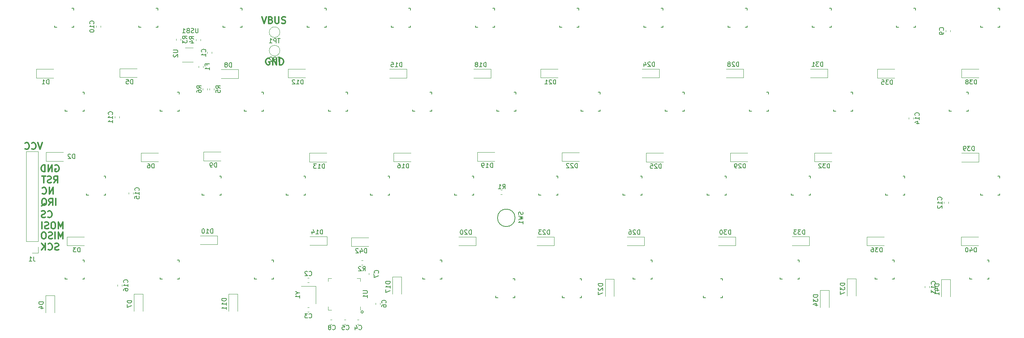
<source format=gbr>
G04 #@! TF.GenerationSoftware,KiCad,Pcbnew,(5.0.2)-1*
G04 #@! TF.CreationDate,2019-04-19T09:09:22-07:00*
G04 #@! TF.ProjectId,AngularRGB,416e6775-6c61-4725-9247-422e6b696361,v1.0*
G04 #@! TF.SameCoordinates,Original*
G04 #@! TF.FileFunction,Legend,Bot*
G04 #@! TF.FilePolarity,Positive*
%FSLAX46Y46*%
G04 Gerber Fmt 4.6, Leading zero omitted, Abs format (unit mm)*
G04 Created by KiCad (PCBNEW (5.0.2)-1) date 2019-04-19 9:09:22 AM*
%MOMM*%
%LPD*%
G01*
G04 APERTURE LIST*
%ADD10C,0.300000*%
%ADD11C,0.200000*%
%ADD12C,0.120000*%
%ADD13C,0.150000*%
G04 APERTURE END LIST*
D10*
X91059142Y-68465000D02*
X90916285Y-68393571D01*
X90702000Y-68393571D01*
X90487714Y-68465000D01*
X90344857Y-68607857D01*
X90273428Y-68750714D01*
X90202000Y-69036428D01*
X90202000Y-69250714D01*
X90273428Y-69536428D01*
X90344857Y-69679285D01*
X90487714Y-69822142D01*
X90702000Y-69893571D01*
X90844857Y-69893571D01*
X91059142Y-69822142D01*
X91130571Y-69750714D01*
X91130571Y-69250714D01*
X90844857Y-69250714D01*
X91773428Y-69893571D02*
X91773428Y-68393571D01*
X92630571Y-69893571D01*
X92630571Y-68393571D01*
X93344857Y-69893571D02*
X93344857Y-68393571D01*
X93702000Y-68393571D01*
X93916285Y-68465000D01*
X94059142Y-68607857D01*
X94130571Y-68750714D01*
X94202000Y-69036428D01*
X94202000Y-69250714D01*
X94130571Y-69536428D01*
X94059142Y-69679285D01*
X93916285Y-69822142D01*
X93702000Y-69893571D01*
X93344857Y-69893571D01*
X89325000Y-58995571D02*
X89825000Y-60495571D01*
X90325000Y-58995571D01*
X91325000Y-59709857D02*
X91539285Y-59781285D01*
X91610714Y-59852714D01*
X91682142Y-59995571D01*
X91682142Y-60209857D01*
X91610714Y-60352714D01*
X91539285Y-60424142D01*
X91396428Y-60495571D01*
X90825000Y-60495571D01*
X90825000Y-58995571D01*
X91325000Y-58995571D01*
X91467857Y-59067000D01*
X91539285Y-59138428D01*
X91610714Y-59281285D01*
X91610714Y-59424142D01*
X91539285Y-59567000D01*
X91467857Y-59638428D01*
X91325000Y-59709857D01*
X90825000Y-59709857D01*
X92325000Y-58995571D02*
X92325000Y-60209857D01*
X92396428Y-60352714D01*
X92467857Y-60424142D01*
X92610714Y-60495571D01*
X92896428Y-60495571D01*
X93039285Y-60424142D01*
X93110714Y-60352714D01*
X93182142Y-60209857D01*
X93182142Y-58995571D01*
X93825000Y-60424142D02*
X94039285Y-60495571D01*
X94396428Y-60495571D01*
X94539285Y-60424142D01*
X94610714Y-60352714D01*
X94682142Y-60209857D01*
X94682142Y-60067000D01*
X94610714Y-59924142D01*
X94539285Y-59852714D01*
X94396428Y-59781285D01*
X94110714Y-59709857D01*
X93967857Y-59638428D01*
X93896428Y-59567000D01*
X93825000Y-59424142D01*
X93825000Y-59281285D01*
X93896428Y-59138428D01*
X93967857Y-59067000D01*
X94110714Y-58995571D01*
X94467857Y-58995571D01*
X94682142Y-59067000D01*
X42072571Y-99230571D02*
X42072571Y-97730571D01*
X41215428Y-99230571D01*
X41215428Y-97730571D01*
X39644000Y-99087714D02*
X39715428Y-99159142D01*
X39929714Y-99230571D01*
X40072571Y-99230571D01*
X40286857Y-99159142D01*
X40429714Y-99016285D01*
X40501142Y-98873428D01*
X40572571Y-98587714D01*
X40572571Y-98373428D01*
X40501142Y-98087714D01*
X40429714Y-97944857D01*
X40286857Y-97802000D01*
X40072571Y-97730571D01*
X39929714Y-97730571D01*
X39715428Y-97802000D01*
X39644000Y-97873428D01*
X44267142Y-107104571D02*
X44267142Y-105604571D01*
X43767142Y-106676000D01*
X43267142Y-105604571D01*
X43267142Y-107104571D01*
X42267142Y-105604571D02*
X41981428Y-105604571D01*
X41838571Y-105676000D01*
X41695714Y-105818857D01*
X41624285Y-106104571D01*
X41624285Y-106604571D01*
X41695714Y-106890285D01*
X41838571Y-107033142D01*
X41981428Y-107104571D01*
X42267142Y-107104571D01*
X42410000Y-107033142D01*
X42552857Y-106890285D01*
X42624285Y-106604571D01*
X42624285Y-106104571D01*
X42552857Y-105818857D01*
X42410000Y-105676000D01*
X42267142Y-105604571D01*
X41052857Y-107033142D02*
X40838571Y-107104571D01*
X40481428Y-107104571D01*
X40338571Y-107033142D01*
X40267142Y-106961714D01*
X40195714Y-106818857D01*
X40195714Y-106676000D01*
X40267142Y-106533142D01*
X40338571Y-106461714D01*
X40481428Y-106390285D01*
X40767142Y-106318857D01*
X40910000Y-106247428D01*
X40981428Y-106176000D01*
X41052857Y-106033142D01*
X41052857Y-105890285D01*
X40981428Y-105747428D01*
X40910000Y-105676000D01*
X40767142Y-105604571D01*
X40410000Y-105604571D01*
X40195714Y-105676000D01*
X39552857Y-107104571D02*
X39552857Y-105604571D01*
X40890000Y-104421714D02*
X40961428Y-104493142D01*
X41175714Y-104564571D01*
X41318571Y-104564571D01*
X41532857Y-104493142D01*
X41675714Y-104350285D01*
X41747142Y-104207428D01*
X41818571Y-103921714D01*
X41818571Y-103707428D01*
X41747142Y-103421714D01*
X41675714Y-103278857D01*
X41532857Y-103136000D01*
X41318571Y-103064571D01*
X41175714Y-103064571D01*
X40961428Y-103136000D01*
X40890000Y-103207428D01*
X40318571Y-104493142D02*
X40104285Y-104564571D01*
X39747142Y-104564571D01*
X39604285Y-104493142D01*
X39532857Y-104421714D01*
X39461428Y-104278857D01*
X39461428Y-104136000D01*
X39532857Y-103993142D01*
X39604285Y-103921714D01*
X39747142Y-103850285D01*
X40032857Y-103778857D01*
X40175714Y-103707428D01*
X40247142Y-103636000D01*
X40318571Y-103493142D01*
X40318571Y-103350285D01*
X40247142Y-103207428D01*
X40175714Y-103136000D01*
X40032857Y-103064571D01*
X39675714Y-103064571D01*
X39461428Y-103136000D01*
X42683714Y-101770571D02*
X42683714Y-100270571D01*
X41112285Y-101770571D02*
X41612285Y-101056285D01*
X41969428Y-101770571D02*
X41969428Y-100270571D01*
X41398000Y-100270571D01*
X41255142Y-100342000D01*
X41183714Y-100413428D01*
X41112285Y-100556285D01*
X41112285Y-100770571D01*
X41183714Y-100913428D01*
X41255142Y-100984857D01*
X41398000Y-101056285D01*
X41969428Y-101056285D01*
X39469428Y-101913428D02*
X39612285Y-101842000D01*
X39755142Y-101699142D01*
X39969428Y-101484857D01*
X40112285Y-101413428D01*
X40255142Y-101413428D01*
X40183714Y-101770571D02*
X40326571Y-101699142D01*
X40469428Y-101556285D01*
X40540857Y-101270571D01*
X40540857Y-100770571D01*
X40469428Y-100484857D01*
X40326571Y-100342000D01*
X40183714Y-100270571D01*
X39898000Y-100270571D01*
X39755142Y-100342000D01*
X39612285Y-100484857D01*
X39540857Y-100770571D01*
X39540857Y-101270571D01*
X39612285Y-101556285D01*
X39755142Y-101699142D01*
X39898000Y-101770571D01*
X40183714Y-101770571D01*
X42223428Y-96690571D02*
X42723428Y-95976285D01*
X43080571Y-96690571D02*
X43080571Y-95190571D01*
X42509142Y-95190571D01*
X42366285Y-95262000D01*
X42294857Y-95333428D01*
X42223428Y-95476285D01*
X42223428Y-95690571D01*
X42294857Y-95833428D01*
X42366285Y-95904857D01*
X42509142Y-95976285D01*
X43080571Y-95976285D01*
X41652000Y-96619142D02*
X41437714Y-96690571D01*
X41080571Y-96690571D01*
X40937714Y-96619142D01*
X40866285Y-96547714D01*
X40794857Y-96404857D01*
X40794857Y-96262000D01*
X40866285Y-96119142D01*
X40937714Y-96047714D01*
X41080571Y-95976285D01*
X41366285Y-95904857D01*
X41509142Y-95833428D01*
X41580571Y-95762000D01*
X41652000Y-95619142D01*
X41652000Y-95476285D01*
X41580571Y-95333428D01*
X41509142Y-95262000D01*
X41366285Y-95190571D01*
X41009142Y-95190571D01*
X40794857Y-95262000D01*
X40366285Y-95190571D02*
X39509142Y-95190571D01*
X39937714Y-96690571D02*
X39937714Y-95190571D01*
X42544857Y-92722000D02*
X42687714Y-92650571D01*
X42902000Y-92650571D01*
X43116285Y-92722000D01*
X43259142Y-92864857D01*
X43330571Y-93007714D01*
X43402000Y-93293428D01*
X43402000Y-93507714D01*
X43330571Y-93793428D01*
X43259142Y-93936285D01*
X43116285Y-94079142D01*
X42902000Y-94150571D01*
X42759142Y-94150571D01*
X42544857Y-94079142D01*
X42473428Y-94007714D01*
X42473428Y-93507714D01*
X42759142Y-93507714D01*
X41830571Y-94150571D02*
X41830571Y-92650571D01*
X40973428Y-94150571D01*
X40973428Y-92650571D01*
X40259142Y-94150571D02*
X40259142Y-92650571D01*
X39902000Y-92650571D01*
X39687714Y-92722000D01*
X39544857Y-92864857D01*
X39473428Y-93007714D01*
X39402000Y-93293428D01*
X39402000Y-93507714D01*
X39473428Y-93793428D01*
X39544857Y-93936285D01*
X39687714Y-94079142D01*
X39902000Y-94150571D01*
X40259142Y-94150571D01*
X39592000Y-87570571D02*
X39092000Y-89070571D01*
X38592000Y-87570571D01*
X37234857Y-88927714D02*
X37306285Y-88999142D01*
X37520571Y-89070571D01*
X37663428Y-89070571D01*
X37877714Y-88999142D01*
X38020571Y-88856285D01*
X38092000Y-88713428D01*
X38163428Y-88427714D01*
X38163428Y-88213428D01*
X38092000Y-87927714D01*
X38020571Y-87784857D01*
X37877714Y-87642000D01*
X37663428Y-87570571D01*
X37520571Y-87570571D01*
X37306285Y-87642000D01*
X37234857Y-87713428D01*
X35734857Y-88927714D02*
X35806285Y-88999142D01*
X36020571Y-89070571D01*
X36163428Y-89070571D01*
X36377714Y-88999142D01*
X36520571Y-88856285D01*
X36592000Y-88713428D01*
X36663428Y-88427714D01*
X36663428Y-88213428D01*
X36592000Y-87927714D01*
X36520571Y-87784857D01*
X36377714Y-87642000D01*
X36163428Y-87570571D01*
X36020571Y-87570571D01*
X35806285Y-87642000D01*
X35734857Y-87713428D01*
X44267142Y-109390571D02*
X44267142Y-107890571D01*
X43767142Y-108962000D01*
X43267142Y-107890571D01*
X43267142Y-109390571D01*
X42552857Y-109390571D02*
X42552857Y-107890571D01*
X41910000Y-109319142D02*
X41695714Y-109390571D01*
X41338571Y-109390571D01*
X41195714Y-109319142D01*
X41124285Y-109247714D01*
X41052857Y-109104857D01*
X41052857Y-108962000D01*
X41124285Y-108819142D01*
X41195714Y-108747714D01*
X41338571Y-108676285D01*
X41624285Y-108604857D01*
X41767142Y-108533428D01*
X41838571Y-108462000D01*
X41910000Y-108319142D01*
X41910000Y-108176285D01*
X41838571Y-108033428D01*
X41767142Y-107962000D01*
X41624285Y-107890571D01*
X41267142Y-107890571D01*
X41052857Y-107962000D01*
X40124285Y-107890571D02*
X39838571Y-107890571D01*
X39695714Y-107962000D01*
X39552857Y-108104857D01*
X39481428Y-108390571D01*
X39481428Y-108890571D01*
X39552857Y-109176285D01*
X39695714Y-109319142D01*
X39838571Y-109390571D01*
X40124285Y-109390571D01*
X40267142Y-109319142D01*
X40410000Y-109176285D01*
X40481428Y-108890571D01*
X40481428Y-108390571D01*
X40410000Y-108104857D01*
X40267142Y-107962000D01*
X40124285Y-107890571D01*
X43330571Y-111859142D02*
X43116285Y-111930571D01*
X42759142Y-111930571D01*
X42616285Y-111859142D01*
X42544857Y-111787714D01*
X42473428Y-111644857D01*
X42473428Y-111502000D01*
X42544857Y-111359142D01*
X42616285Y-111287714D01*
X42759142Y-111216285D01*
X43044857Y-111144857D01*
X43187714Y-111073428D01*
X43259142Y-111002000D01*
X43330571Y-110859142D01*
X43330571Y-110716285D01*
X43259142Y-110573428D01*
X43187714Y-110502000D01*
X43044857Y-110430571D01*
X42687714Y-110430571D01*
X42473428Y-110502000D01*
X40973428Y-111787714D02*
X41044857Y-111859142D01*
X41259142Y-111930571D01*
X41402000Y-111930571D01*
X41616285Y-111859142D01*
X41759142Y-111716285D01*
X41830571Y-111573428D01*
X41902000Y-111287714D01*
X41902000Y-111073428D01*
X41830571Y-110787714D01*
X41759142Y-110644857D01*
X41616285Y-110502000D01*
X41402000Y-110430571D01*
X41259142Y-110430571D01*
X41044857Y-110502000D01*
X40973428Y-110573428D01*
X40330571Y-111930571D02*
X40330571Y-110430571D01*
X39473428Y-111930571D02*
X40116285Y-111073428D01*
X39473428Y-110430571D02*
X40330571Y-111287714D01*
D11*
X112268000Y-125984000D02*
G75*
G03X112268000Y-125984000I-254000J0D01*
G01*
D12*
G04 #@! TO.C,Y1*
X98260000Y-120090000D02*
X101560000Y-120090000D01*
X101560000Y-120090000D02*
X101560000Y-124090000D01*
G04 #@! TO.C,C1*
X76960000Y-67320279D02*
X76960000Y-66994721D01*
X77980000Y-67320279D02*
X77980000Y-66994721D01*
G04 #@! TO.C,C2*
X100010279Y-118235000D02*
X99684721Y-118235000D01*
X100010279Y-119255000D02*
X99684721Y-119255000D01*
G04 #@! TO.C,C3*
X99684721Y-124966000D02*
X100010279Y-124966000D01*
X99684721Y-125986000D02*
X100010279Y-125986000D01*
G04 #@! TO.C,C4*
X111287779Y-127760000D02*
X110962221Y-127760000D01*
X111287779Y-128780000D02*
X110962221Y-128780000D01*
G04 #@! TO.C,C5*
X107939721Y-128780000D02*
X108265279Y-128780000D01*
X107939721Y-127760000D02*
X108265279Y-127760000D01*
G04 #@! TO.C,C6*
X115060000Y-124267279D02*
X115060000Y-123941721D01*
X116080000Y-124267279D02*
X116080000Y-123941721D01*
G04 #@! TO.C,C7*
X113536000Y-117159721D02*
X113536000Y-117485279D01*
X114556000Y-117159721D02*
X114556000Y-117485279D01*
G04 #@! TO.C,C8*
X105166279Y-128780000D02*
X104840721Y-128780000D01*
X105166279Y-127760000D02*
X104840721Y-127760000D01*
G04 #@! TO.C,D1*
X38313000Y-72882000D02*
X38313000Y-70882000D01*
X38313000Y-70882000D02*
X42163000Y-70882000D01*
X38313000Y-72882000D02*
X42163000Y-72882000D01*
G04 #@! TO.C,D2*
X40485500Y-91741500D02*
X40485500Y-89741500D01*
X40485500Y-89741500D02*
X44385500Y-89741500D01*
X40485500Y-91741500D02*
X44385500Y-91741500D01*
G04 #@! TO.C,D3*
X45184500Y-110918500D02*
X45184500Y-108918500D01*
X45184500Y-108918500D02*
X49084500Y-108918500D01*
X45184500Y-110918500D02*
X49084500Y-110918500D01*
G04 #@! TO.C,D4*
X40402000Y-122211000D02*
X42402000Y-122211000D01*
X42402000Y-122211000D02*
X42402000Y-126111000D01*
X40402000Y-122211000D02*
X40402000Y-126111000D01*
G04 #@! TO.C,D5*
X57123500Y-72755000D02*
X61023500Y-72755000D01*
X57123500Y-70755000D02*
X61023500Y-70755000D01*
X57123500Y-72755000D02*
X57123500Y-70755000D01*
G04 #@! TO.C,D6*
X61949500Y-91868500D02*
X61949500Y-89868500D01*
X61949500Y-89868500D02*
X65849500Y-89868500D01*
X61949500Y-91868500D02*
X65849500Y-91868500D01*
G04 #@! TO.C,D7*
X60404500Y-121891500D02*
X60404500Y-125791500D01*
X62404500Y-121891500D02*
X62404500Y-125791500D01*
X60404500Y-121891500D02*
X62404500Y-121891500D01*
G04 #@! TO.C,D8*
X83974500Y-70945500D02*
X83974500Y-72945500D01*
X83974500Y-72945500D02*
X80074500Y-72945500D01*
X83974500Y-70945500D02*
X80074500Y-70945500D01*
G04 #@! TO.C,D9*
X76110000Y-91678000D02*
X80010000Y-91678000D01*
X76110000Y-89678000D02*
X80010000Y-89678000D01*
X76110000Y-91678000D02*
X76110000Y-89678000D01*
G04 #@! TO.C,D10*
X79275500Y-108664500D02*
X79275500Y-110664500D01*
X79275500Y-110664500D02*
X75375500Y-110664500D01*
X79275500Y-108664500D02*
X75375500Y-108664500D01*
G04 #@! TO.C,D11*
X81804000Y-121893500D02*
X81804000Y-125793500D01*
X83804000Y-121893500D02*
X83804000Y-125793500D01*
X81804000Y-121893500D02*
X83804000Y-121893500D01*
G04 #@! TO.C,D12*
X95222500Y-72818500D02*
X99122500Y-72818500D01*
X95222500Y-70818500D02*
X99122500Y-70818500D01*
X95222500Y-72818500D02*
X95222500Y-70818500D01*
G04 #@! TO.C,D13*
X100049500Y-91932000D02*
X100049500Y-89932000D01*
X100049500Y-89932000D02*
X103949500Y-89932000D01*
X100049500Y-91932000D02*
X103949500Y-91932000D01*
G04 #@! TO.C,D14*
X104105000Y-108855000D02*
X100205000Y-108855000D01*
X104105000Y-110855000D02*
X100205000Y-110855000D01*
X104105000Y-108855000D02*
X104105000Y-110855000D01*
G04 #@! TO.C,D15*
X122074500Y-70882000D02*
X122074500Y-72882000D01*
X122074500Y-72882000D02*
X118174500Y-72882000D01*
X122074500Y-70882000D02*
X118174500Y-70882000D01*
G04 #@! TO.C,D16*
X119098500Y-91868500D02*
X122998500Y-91868500D01*
X119098500Y-89868500D02*
X122998500Y-89868500D01*
X119098500Y-91868500D02*
X119098500Y-89868500D01*
G04 #@! TO.C,D17*
X118888000Y-118020000D02*
X120888000Y-118020000D01*
X120888000Y-118020000D02*
X120888000Y-121920000D01*
X118888000Y-118020000D02*
X118888000Y-121920000D01*
G04 #@! TO.C,D18*
X141124500Y-70882000D02*
X141124500Y-72882000D01*
X141124500Y-72882000D02*
X137224500Y-72882000D01*
X141124500Y-70882000D02*
X137224500Y-70882000D01*
G04 #@! TO.C,D19*
X138085000Y-91741500D02*
X141985000Y-91741500D01*
X138085000Y-89741500D02*
X141985000Y-89741500D01*
X138085000Y-91741500D02*
X138085000Y-89741500D01*
G04 #@! TO.C,D20*
X137758000Y-108918500D02*
X133858000Y-108918500D01*
X137758000Y-110918500D02*
X133858000Y-110918500D01*
X137758000Y-108918500D02*
X137758000Y-110918500D01*
G04 #@! TO.C,D21*
X152373500Y-72818500D02*
X156273500Y-72818500D01*
X152373500Y-70818500D02*
X156273500Y-70818500D01*
X152373500Y-72818500D02*
X152373500Y-70818500D01*
G04 #@! TO.C,D22*
X157262000Y-91805000D02*
X157262000Y-89805000D01*
X157262000Y-89805000D02*
X161162000Y-89805000D01*
X157262000Y-91805000D02*
X161162000Y-91805000D01*
G04 #@! TO.C,D23*
X155476500Y-108918500D02*
X151576500Y-108918500D01*
X155476500Y-110918500D02*
X151576500Y-110918500D01*
X155476500Y-108918500D02*
X155476500Y-110918500D01*
G04 #@! TO.C,D24*
X179223500Y-70818500D02*
X175323500Y-70818500D01*
X179223500Y-72818500D02*
X175323500Y-72818500D01*
X179223500Y-70818500D02*
X179223500Y-72818500D01*
G04 #@! TO.C,D25*
X176248500Y-91932000D02*
X176248500Y-89932000D01*
X176248500Y-89932000D02*
X180148500Y-89932000D01*
X176248500Y-91932000D02*
X180148500Y-91932000D01*
G04 #@! TO.C,D26*
X175860000Y-108918500D02*
X175860000Y-110918500D01*
X175860000Y-110918500D02*
X171960000Y-110918500D01*
X175860000Y-108918500D02*
X171960000Y-108918500D01*
G04 #@! TO.C,D27*
X167021000Y-118527000D02*
X169021000Y-118527000D01*
X169021000Y-118527000D02*
X169021000Y-122427000D01*
X167021000Y-118527000D02*
X167021000Y-122427000D01*
G04 #@! TO.C,D28*
X198275500Y-70818500D02*
X194375500Y-70818500D01*
X198275500Y-72818500D02*
X194375500Y-72818500D01*
X198275500Y-70818500D02*
X198275500Y-72818500D01*
G04 #@! TO.C,D29*
X195298500Y-91868500D02*
X195298500Y-89868500D01*
X195298500Y-89868500D02*
X199198500Y-89868500D01*
X195298500Y-91868500D02*
X199198500Y-91868500D01*
G04 #@! TO.C,D30*
X196496500Y-108918500D02*
X192596500Y-108918500D01*
X196496500Y-110918500D02*
X192596500Y-110918500D01*
X196496500Y-108918500D02*
X196496500Y-110918500D01*
G04 #@! TO.C,D31*
X217324500Y-70818500D02*
X217324500Y-72818500D01*
X217324500Y-72818500D02*
X213424500Y-72818500D01*
X217324500Y-70818500D02*
X213424500Y-70818500D01*
G04 #@! TO.C,D32*
X214348500Y-91868500D02*
X218248500Y-91868500D01*
X214348500Y-89868500D02*
X218248500Y-89868500D01*
X214348500Y-91868500D02*
X214348500Y-89868500D01*
G04 #@! TO.C,D33*
X213221400Y-108905800D02*
X209321400Y-108905800D01*
X213221400Y-110905800D02*
X209321400Y-110905800D01*
X213221400Y-108905800D02*
X213221400Y-110905800D01*
G04 #@! TO.C,D34*
X215662000Y-121066000D02*
X217662000Y-121066000D01*
X217662000Y-121066000D02*
X217662000Y-124966000D01*
X215662000Y-121066000D02*
X215662000Y-124966000D01*
G04 #@! TO.C,D35*
X228573500Y-72882000D02*
X228573500Y-70882000D01*
X228573500Y-70882000D02*
X232473500Y-70882000D01*
X228573500Y-72882000D02*
X232473500Y-72882000D01*
G04 #@! TO.C,D36*
X226222000Y-110918500D02*
X230122000Y-110918500D01*
X226222000Y-108918500D02*
X230122000Y-108918500D01*
X226222000Y-110918500D02*
X226222000Y-108918500D01*
G04 #@! TO.C,D37*
X221758000Y-118400000D02*
X221758000Y-122300000D01*
X223758000Y-118400000D02*
X223758000Y-122300000D01*
X221758000Y-118400000D02*
X223758000Y-118400000D01*
G04 #@! TO.C,D38*
X247622500Y-72818500D02*
X247622500Y-70818500D01*
X247622500Y-70818500D02*
X251522500Y-70818500D01*
X247622500Y-72818500D02*
X251522500Y-72818500D01*
G04 #@! TO.C,D39*
X251577400Y-89906600D02*
X247677400Y-89906600D01*
X251577400Y-91906600D02*
X247677400Y-91906600D01*
X251577400Y-89906600D02*
X251577400Y-91906600D01*
G04 #@! TO.C,D40*
X247560000Y-110918500D02*
X247560000Y-108918500D01*
X247560000Y-108918500D02*
X251460000Y-108918500D01*
X247560000Y-110918500D02*
X251460000Y-110918500D01*
G04 #@! TO.C,D41*
X243094000Y-118590500D02*
X243094000Y-122490500D01*
X245094000Y-118590500D02*
X245094000Y-122490500D01*
X243094000Y-118590500D02*
X245094000Y-118590500D01*
G04 #@! TO.C,F1*
X76075000Y-70495279D02*
X76075000Y-70169721D01*
X75055000Y-70495279D02*
X75055000Y-70169721D01*
G04 #@! TO.C,R1*
X143347221Y-99316000D02*
X143672779Y-99316000D01*
X143347221Y-98296000D02*
X143672779Y-98296000D01*
G04 #@! TO.C,R2*
X111825721Y-114272500D02*
X112151279Y-114272500D01*
X111825721Y-115292500D02*
X112151279Y-115292500D01*
G04 #@! TO.C,R3*
X69975000Y-64297779D02*
X69975000Y-63972221D01*
X70995000Y-64297779D02*
X70995000Y-63972221D01*
G04 #@! TO.C,R4*
X74394600Y-64048521D02*
X74394600Y-64374079D01*
X75414600Y-64048521D02*
X75414600Y-64374079D01*
G04 #@! TO.C,R5*
X77442600Y-75575279D02*
X77442600Y-75249721D01*
X78462600Y-75575279D02*
X78462600Y-75249721D01*
G04 #@! TO.C,R6*
X76938600Y-75550079D02*
X76938600Y-75224521D01*
X75918600Y-75550079D02*
X75918600Y-75224521D01*
G04 #@! TO.C,U1*
X111560000Y-119035000D02*
X111560000Y-118310000D01*
X111560000Y-118310000D02*
X110835000Y-118310000D01*
X104340000Y-124805000D02*
X104340000Y-125530000D01*
X104340000Y-125530000D02*
X105065000Y-125530000D01*
X104340000Y-119035000D02*
X104340000Y-118310000D01*
X104340000Y-118310000D02*
X105065000Y-118310000D01*
X111560000Y-124805000D02*
X111560000Y-125530000D01*
G04 #@! TO.C,U2*
X71955000Y-66020000D02*
X73755000Y-66020000D01*
X73755000Y-69240000D02*
X71305000Y-69240000D01*
G04 #@! TO.C,D42*
X109573500Y-111109000D02*
X109573500Y-109109000D01*
X109573500Y-109109000D02*
X113473500Y-109109000D01*
X109573500Y-111109000D02*
X113473500Y-111109000D01*
D13*
G04 #@! TO.C,SW1*
X146619903Y-104623800D02*
G75*
G03X146619903Y-104623800I-1983803J0D01*
G01*
D12*
G04 #@! TO.C,C9*
X244092000Y-62067221D02*
X244092000Y-62392779D01*
X245112000Y-62067221D02*
X245112000Y-62392779D01*
G04 #@! TO.C,C10*
X52834000Y-61051221D02*
X52834000Y-61376779D01*
X51814000Y-61051221D02*
X51814000Y-61376779D01*
G04 #@! TO.C,C11*
X56043100Y-81638021D02*
X56043100Y-81963579D01*
X57063100Y-81638021D02*
X57063100Y-81963579D01*
G04 #@! TO.C,C12*
X244705600Y-101018021D02*
X244705600Y-101343579D01*
X243685600Y-101018021D02*
X243685600Y-101343579D01*
G04 #@! TO.C,C13*
X240387600Y-120482579D02*
X240387600Y-120157021D01*
X239367600Y-120482579D02*
X239367600Y-120157021D01*
G04 #@! TO.C,C14*
X235710000Y-82179279D02*
X235710000Y-81853721D01*
X236730000Y-82179279D02*
X236730000Y-81853721D01*
G04 #@! TO.C,C15*
X60200000Y-99197279D02*
X60200000Y-98871721D01*
X59180000Y-99197279D02*
X59180000Y-98871721D01*
G04 #@! TO.C,C16*
X56614600Y-120101579D02*
X56614600Y-119776021D01*
X57634600Y-120101579D02*
X57634600Y-119776021D01*
D13*
G04 #@! TO.C,LED1*
X46710600Y-61010800D02*
X46710600Y-61391800D01*
X46710600Y-61391800D02*
X46329600Y-61391800D01*
X46710600Y-57454800D02*
X46710600Y-57073800D01*
X46710600Y-57073800D02*
X46329600Y-57073800D01*
X42900600Y-61391800D02*
X42392600Y-61391800D01*
X42392600Y-61391800D02*
X42392600Y-61010800D01*
G04 #@! TO.C,LED5*
X65760600Y-61010800D02*
X65760600Y-61391800D01*
X65760600Y-61391800D02*
X65379600Y-61391800D01*
X65760600Y-57454800D02*
X65760600Y-57073800D01*
X65760600Y-57073800D02*
X65379600Y-57073800D01*
X61950600Y-61391800D02*
X61442600Y-61391800D01*
X61442600Y-61391800D02*
X61442600Y-61010800D01*
G04 #@! TO.C,LED8*
X80492600Y-61391800D02*
X80492600Y-61010800D01*
X81000600Y-61391800D02*
X80492600Y-61391800D01*
X84810600Y-57073800D02*
X84429600Y-57073800D01*
X84810600Y-57454800D02*
X84810600Y-57073800D01*
X84810600Y-61391800D02*
X84429600Y-61391800D01*
X84810600Y-61010800D02*
X84810600Y-61391800D01*
G04 #@! TO.C,LED12*
X103860600Y-61010800D02*
X103860600Y-61391800D01*
X103860600Y-61391800D02*
X103479600Y-61391800D01*
X103860600Y-57454800D02*
X103860600Y-57073800D01*
X103860600Y-57073800D02*
X103479600Y-57073800D01*
X100050600Y-61391800D02*
X99542600Y-61391800D01*
X99542600Y-61391800D02*
X99542600Y-61010800D01*
G04 #@! TO.C,LED16*
X118592600Y-61391800D02*
X118592600Y-61010800D01*
X119100600Y-61391800D02*
X118592600Y-61391800D01*
X122910600Y-57073800D02*
X122529600Y-57073800D01*
X122910600Y-57454800D02*
X122910600Y-57073800D01*
X122910600Y-61391800D02*
X122529600Y-61391800D01*
X122910600Y-61010800D02*
X122910600Y-61391800D01*
G04 #@! TO.C,LED20*
X141960600Y-61010800D02*
X141960600Y-61391800D01*
X141960600Y-61391800D02*
X141579600Y-61391800D01*
X141960600Y-57454800D02*
X141960600Y-57073800D01*
X141960600Y-57073800D02*
X141579600Y-57073800D01*
X138150600Y-61391800D02*
X137642600Y-61391800D01*
X137642600Y-61391800D02*
X137642600Y-61010800D01*
G04 #@! TO.C,LED24*
X156692600Y-61391800D02*
X156692600Y-61010800D01*
X157200600Y-61391800D02*
X156692600Y-61391800D01*
X161010600Y-57073800D02*
X160629600Y-57073800D01*
X161010600Y-57454800D02*
X161010600Y-57073800D01*
X161010600Y-61391800D02*
X160629600Y-61391800D01*
X161010600Y-61010800D02*
X161010600Y-61391800D01*
G04 #@! TO.C,LED28*
X180060600Y-61010800D02*
X180060600Y-61391800D01*
X180060600Y-61391800D02*
X179679600Y-61391800D01*
X180060600Y-57454800D02*
X180060600Y-57073800D01*
X180060600Y-57073800D02*
X179679600Y-57073800D01*
X176250600Y-61391800D02*
X175742600Y-61391800D01*
X175742600Y-61391800D02*
X175742600Y-61010800D01*
G04 #@! TO.C,LED32*
X194792600Y-61391800D02*
X194792600Y-61010800D01*
X195300600Y-61391800D02*
X194792600Y-61391800D01*
X199110600Y-57073800D02*
X198729600Y-57073800D01*
X199110600Y-57454800D02*
X199110600Y-57073800D01*
X199110600Y-61391800D02*
X198729600Y-61391800D01*
X199110600Y-61010800D02*
X199110600Y-61391800D01*
G04 #@! TO.C,LED36*
X218160600Y-61010800D02*
X218160600Y-61391800D01*
X218160600Y-61391800D02*
X217779600Y-61391800D01*
X218160600Y-57454800D02*
X218160600Y-57073800D01*
X218160600Y-57073800D02*
X217779600Y-57073800D01*
X214350600Y-61391800D02*
X213842600Y-61391800D01*
X213842600Y-61391800D02*
X213842600Y-61010800D01*
G04 #@! TO.C,LED40*
X232892600Y-61391800D02*
X232892600Y-61010800D01*
X233400600Y-61391800D02*
X232892600Y-61391800D01*
X237210600Y-57073800D02*
X236829600Y-57073800D01*
X237210600Y-57454800D02*
X237210600Y-57073800D01*
X237210600Y-61391800D02*
X236829600Y-61391800D01*
X237210600Y-61010800D02*
X237210600Y-61391800D01*
G04 #@! TO.C,LED43*
X256260600Y-61010800D02*
X256260600Y-61391800D01*
X256260600Y-61391800D02*
X255879600Y-61391800D01*
X256260600Y-57454800D02*
X256260600Y-57073800D01*
X256260600Y-57073800D02*
X255879600Y-57073800D01*
X252450600Y-61391800D02*
X251942600Y-61391800D01*
X251942600Y-61391800D02*
X251942600Y-61010800D01*
G04 #@! TO.C,LED2*
X49123600Y-80060800D02*
X49123600Y-80441800D01*
X49123600Y-80441800D02*
X48742600Y-80441800D01*
X49123600Y-76504800D02*
X49123600Y-76123800D01*
X49123600Y-76123800D02*
X48742600Y-76123800D01*
X45313600Y-80441800D02*
X44805600Y-80441800D01*
X44805600Y-80441800D02*
X44805600Y-80060800D01*
G04 #@! TO.C,LED6*
X66268600Y-80441800D02*
X66268600Y-80060800D01*
X66776600Y-80441800D02*
X66268600Y-80441800D01*
X70586600Y-76123800D02*
X70205600Y-76123800D01*
X70586600Y-76504800D02*
X70586600Y-76123800D01*
X70586600Y-80441800D02*
X70205600Y-80441800D01*
X70586600Y-80060800D02*
X70586600Y-80441800D01*
G04 #@! TO.C,LED9*
X89636600Y-80060800D02*
X89636600Y-80441800D01*
X89636600Y-80441800D02*
X89255600Y-80441800D01*
X89636600Y-76504800D02*
X89636600Y-76123800D01*
X89636600Y-76123800D02*
X89255600Y-76123800D01*
X85826600Y-80441800D02*
X85318600Y-80441800D01*
X85318600Y-80441800D02*
X85318600Y-80060800D01*
G04 #@! TO.C,LED13*
X104368600Y-80441800D02*
X104368600Y-80060800D01*
X104876600Y-80441800D02*
X104368600Y-80441800D01*
X108686600Y-76123800D02*
X108305600Y-76123800D01*
X108686600Y-76504800D02*
X108686600Y-76123800D01*
X108686600Y-80441800D02*
X108305600Y-80441800D01*
X108686600Y-80060800D02*
X108686600Y-80441800D01*
G04 #@! TO.C,LED17*
X127736600Y-80060800D02*
X127736600Y-80441800D01*
X127736600Y-80441800D02*
X127355600Y-80441800D01*
X127736600Y-76504800D02*
X127736600Y-76123800D01*
X127736600Y-76123800D02*
X127355600Y-76123800D01*
X123926600Y-80441800D02*
X123418600Y-80441800D01*
X123418600Y-80441800D02*
X123418600Y-80060800D01*
G04 #@! TO.C,LED21*
X142468600Y-80441800D02*
X142468600Y-80060800D01*
X142976600Y-80441800D02*
X142468600Y-80441800D01*
X146786600Y-76123800D02*
X146405600Y-76123800D01*
X146786600Y-76504800D02*
X146786600Y-76123800D01*
X146786600Y-80441800D02*
X146405600Y-80441800D01*
X146786600Y-80060800D02*
X146786600Y-80441800D01*
G04 #@! TO.C,LED25*
X165836600Y-80060800D02*
X165836600Y-80441800D01*
X165836600Y-80441800D02*
X165455600Y-80441800D01*
X165836600Y-76504800D02*
X165836600Y-76123800D01*
X165836600Y-76123800D02*
X165455600Y-76123800D01*
X162026600Y-80441800D02*
X161518600Y-80441800D01*
X161518600Y-80441800D02*
X161518600Y-80060800D01*
G04 #@! TO.C,LED29*
X180568600Y-80441800D02*
X180568600Y-80060800D01*
X181076600Y-80441800D02*
X180568600Y-80441800D01*
X184886600Y-76123800D02*
X184505600Y-76123800D01*
X184886600Y-76504800D02*
X184886600Y-76123800D01*
X184886600Y-80441800D02*
X184505600Y-80441800D01*
X184886600Y-80060800D02*
X184886600Y-80441800D01*
G04 #@! TO.C,LED33*
X203936600Y-80060800D02*
X203936600Y-80441800D01*
X203936600Y-80441800D02*
X203555600Y-80441800D01*
X203936600Y-76504800D02*
X203936600Y-76123800D01*
X203936600Y-76123800D02*
X203555600Y-76123800D01*
X200126600Y-80441800D02*
X199618600Y-80441800D01*
X199618600Y-80441800D02*
X199618600Y-80060800D01*
G04 #@! TO.C,LED37*
X218668600Y-80441800D02*
X218668600Y-80060800D01*
X219176600Y-80441800D02*
X218668600Y-80441800D01*
X222986600Y-76123800D02*
X222605600Y-76123800D01*
X222986600Y-76504800D02*
X222986600Y-76123800D01*
X222986600Y-80441800D02*
X222605600Y-80441800D01*
X222986600Y-80060800D02*
X222986600Y-80441800D01*
G04 #@! TO.C,LED44*
X249148600Y-80060800D02*
X249148600Y-80441800D01*
X249148600Y-80441800D02*
X248767600Y-80441800D01*
X249148600Y-76504800D02*
X249148600Y-76123800D01*
X249148600Y-76123800D02*
X248767600Y-76123800D01*
X245338600Y-80441800D02*
X244830600Y-80441800D01*
X244830600Y-80441800D02*
X244830600Y-80060800D01*
G04 #@! TO.C,LED3*
X49631600Y-99491800D02*
X49631600Y-99110800D01*
X50139600Y-99491800D02*
X49631600Y-99491800D01*
X53949600Y-95173800D02*
X53568600Y-95173800D01*
X53949600Y-95554800D02*
X53949600Y-95173800D01*
X53949600Y-99491800D02*
X53568600Y-99491800D01*
X53949600Y-99110800D02*
X53949600Y-99491800D01*
G04 #@! TO.C,LED10*
X75793600Y-99491800D02*
X75793600Y-99110800D01*
X76301600Y-99491800D02*
X75793600Y-99491800D01*
X80111600Y-95173800D02*
X79730600Y-95173800D01*
X80111600Y-95554800D02*
X80111600Y-95173800D01*
X80111600Y-99491800D02*
X79730600Y-99491800D01*
X80111600Y-99110800D02*
X80111600Y-99491800D01*
G04 #@! TO.C,LED14*
X99161600Y-99110800D02*
X99161600Y-99491800D01*
X99161600Y-99491800D02*
X98780600Y-99491800D01*
X99161600Y-95554800D02*
X99161600Y-95173800D01*
X99161600Y-95173800D02*
X98780600Y-95173800D01*
X95351600Y-99491800D02*
X94843600Y-99491800D01*
X94843600Y-99491800D02*
X94843600Y-99110800D01*
G04 #@! TO.C,LED18*
X113893600Y-99491800D02*
X113893600Y-99110800D01*
X114401600Y-99491800D02*
X113893600Y-99491800D01*
X118211600Y-95173800D02*
X117830600Y-95173800D01*
X118211600Y-95554800D02*
X118211600Y-95173800D01*
X118211600Y-99491800D02*
X117830600Y-99491800D01*
X118211600Y-99110800D02*
X118211600Y-99491800D01*
G04 #@! TO.C,LED22*
X137261600Y-99110800D02*
X137261600Y-99491800D01*
X137261600Y-99491800D02*
X136880600Y-99491800D01*
X137261600Y-95554800D02*
X137261600Y-95173800D01*
X137261600Y-95173800D02*
X136880600Y-95173800D01*
X133451600Y-99491800D02*
X132943600Y-99491800D01*
X132943600Y-99491800D02*
X132943600Y-99110800D01*
G04 #@! TO.C,LED26*
X151993600Y-99491800D02*
X151993600Y-99110800D01*
X152501600Y-99491800D02*
X151993600Y-99491800D01*
X156311600Y-95173800D02*
X155930600Y-95173800D01*
X156311600Y-95554800D02*
X156311600Y-95173800D01*
X156311600Y-99491800D02*
X155930600Y-99491800D01*
X156311600Y-99110800D02*
X156311600Y-99491800D01*
G04 #@! TO.C,LED30*
X175361600Y-99110800D02*
X175361600Y-99491800D01*
X175361600Y-99491800D02*
X174980600Y-99491800D01*
X175361600Y-95554800D02*
X175361600Y-95173800D01*
X175361600Y-95173800D02*
X174980600Y-95173800D01*
X171551600Y-99491800D02*
X171043600Y-99491800D01*
X171043600Y-99491800D02*
X171043600Y-99110800D01*
G04 #@! TO.C,LED34*
X190093600Y-99491800D02*
X190093600Y-99110800D01*
X190601600Y-99491800D02*
X190093600Y-99491800D01*
X194411600Y-95173800D02*
X194030600Y-95173800D01*
X194411600Y-95554800D02*
X194411600Y-95173800D01*
X194411600Y-99491800D02*
X194030600Y-99491800D01*
X194411600Y-99110800D02*
X194411600Y-99491800D01*
G04 #@! TO.C,LED38*
X213461600Y-99110800D02*
X213461600Y-99491800D01*
X213461600Y-99491800D02*
X213080600Y-99491800D01*
X213461600Y-95554800D02*
X213461600Y-95173800D01*
X213461600Y-95173800D02*
X213080600Y-95173800D01*
X209651600Y-99491800D02*
X209143600Y-99491800D01*
X209143600Y-99491800D02*
X209143600Y-99110800D01*
G04 #@! TO.C,LED41*
X234797600Y-99110800D02*
X234797600Y-99491800D01*
X234797600Y-99491800D02*
X234416600Y-99491800D01*
X234797600Y-95554800D02*
X234797600Y-95173800D01*
X234797600Y-95173800D02*
X234416600Y-95173800D01*
X230987600Y-99491800D02*
X230479600Y-99491800D01*
X230479600Y-99491800D02*
X230479600Y-99110800D01*
G04 #@! TO.C,LED45*
X256260600Y-99110800D02*
X256260600Y-99491800D01*
X256260600Y-99491800D02*
X255879600Y-99491800D01*
X256260600Y-95554800D02*
X256260600Y-95173800D01*
X256260600Y-95173800D02*
X255879600Y-95173800D01*
X252450600Y-99491800D02*
X251942600Y-99491800D01*
X251942600Y-99491800D02*
X251942600Y-99110800D01*
G04 #@! TO.C,LED4*
X44805600Y-118541800D02*
X44805600Y-118160800D01*
X45313600Y-118541800D02*
X44805600Y-118541800D01*
X49123600Y-114223800D02*
X48742600Y-114223800D01*
X49123600Y-114604800D02*
X49123600Y-114223800D01*
X49123600Y-118541800D02*
X48742600Y-118541800D01*
X49123600Y-118160800D02*
X49123600Y-118541800D01*
G04 #@! TO.C,LED7*
X70586600Y-118160800D02*
X70586600Y-118541800D01*
X70586600Y-118541800D02*
X70205600Y-118541800D01*
X70586600Y-114604800D02*
X70586600Y-114223800D01*
X70586600Y-114223800D02*
X70205600Y-114223800D01*
X66776600Y-118541800D02*
X66268600Y-118541800D01*
X66268600Y-118541800D02*
X66268600Y-118160800D01*
G04 #@! TO.C,LED11*
X87604600Y-118541800D02*
X87604600Y-118160800D01*
X88112600Y-118541800D02*
X87604600Y-118541800D01*
X91922600Y-114223800D02*
X91541600Y-114223800D01*
X91922600Y-114604800D02*
X91922600Y-114223800D01*
X91922600Y-118541800D02*
X91541600Y-118541800D01*
X91922600Y-118160800D02*
X91922600Y-118541800D01*
G04 #@! TO.C,LED19*
X130022600Y-118160800D02*
X130022600Y-118541800D01*
X130022600Y-118541800D02*
X129641600Y-118541800D01*
X130022600Y-114604800D02*
X130022600Y-114223800D01*
X130022600Y-114223800D02*
X129641600Y-114223800D01*
X126212600Y-118541800D02*
X125704600Y-118541800D01*
X125704600Y-118541800D02*
X125704600Y-118160800D01*
G04 #@! TO.C,LED23*
X142214600Y-122732800D02*
X142214600Y-122351800D01*
X142722600Y-122732800D02*
X142214600Y-122732800D01*
X146532600Y-118414800D02*
X146151600Y-118414800D01*
X146532600Y-118795800D02*
X146532600Y-118414800D01*
X146532600Y-122732800D02*
X146151600Y-122732800D01*
X146532600Y-122351800D02*
X146532600Y-122732800D01*
G04 #@! TO.C,LED27*
X161645600Y-122351800D02*
X161645600Y-122732800D01*
X161645600Y-122732800D02*
X161264600Y-122732800D01*
X161645600Y-118795800D02*
X161645600Y-118414800D01*
X161645600Y-118414800D02*
X161264600Y-118414800D01*
X157835600Y-122732800D02*
X157327600Y-122732800D01*
X157327600Y-122732800D02*
X157327600Y-122351800D01*
G04 #@! TO.C,LED31*
X177647600Y-118160800D02*
X177647600Y-118541800D01*
X177647600Y-118541800D02*
X177266600Y-118541800D01*
X177647600Y-114604800D02*
X177647600Y-114223800D01*
X177647600Y-114223800D02*
X177266600Y-114223800D01*
X173837600Y-118541800D02*
X173329600Y-118541800D01*
X173329600Y-118541800D02*
X173329600Y-118160800D01*
G04 #@! TO.C,LED35*
X193522600Y-122351800D02*
X193522600Y-122732800D01*
X193522600Y-122732800D02*
X193141600Y-122732800D01*
X193522600Y-118795800D02*
X193522600Y-118414800D01*
X193522600Y-118414800D02*
X193141600Y-118414800D01*
X189712600Y-122732800D02*
X189204600Y-122732800D01*
X189204600Y-122732800D02*
X189204600Y-122351800D01*
G04 #@! TO.C,LED39*
X210921600Y-118160800D02*
X210921600Y-118541800D01*
X210921600Y-118541800D02*
X210540600Y-118541800D01*
X210921600Y-114604800D02*
X210921600Y-114223800D01*
X210921600Y-114223800D02*
X210540600Y-114223800D01*
X207111600Y-118541800D02*
X206603600Y-118541800D01*
X206603600Y-118541800D02*
X206603600Y-118160800D01*
G04 #@! TO.C,LED42*
X228066600Y-118541800D02*
X228066600Y-118160800D01*
X228574600Y-118541800D02*
X228066600Y-118541800D01*
X232384600Y-114223800D02*
X232003600Y-114223800D01*
X232384600Y-114604800D02*
X232384600Y-114223800D01*
X232384600Y-118541800D02*
X232003600Y-118541800D01*
X232384600Y-118160800D02*
X232384600Y-118541800D01*
G04 #@! TO.C,LED46*
X249529600Y-118541800D02*
X249529600Y-118160800D01*
X250037600Y-118541800D02*
X249529600Y-118541800D01*
X253847600Y-114223800D02*
X253466600Y-114223800D01*
X253847600Y-114604800D02*
X253847600Y-114223800D01*
X253847600Y-118541800D02*
X253466600Y-118541800D01*
X253847600Y-118160800D02*
X253847600Y-118541800D01*
D12*
G04 #@! TO.C,J1*
X36008000Y-109982000D02*
X38668000Y-109982000D01*
X36008000Y-109982000D02*
X36008000Y-89602000D01*
X36008000Y-89602000D02*
X38668000Y-89602000D01*
X38668000Y-109982000D02*
X38668000Y-89602000D01*
X38668000Y-112582000D02*
X38668000Y-111252000D01*
X37338000Y-112582000D02*
X38668000Y-112582000D01*
G04 #@! TO.C,TP1*
X93402000Y-62484000D02*
G75*
G03X93402000Y-62484000I-1200000J0D01*
G01*
G04 #@! TO.C,TP2*
X93402000Y-66675000D02*
G75*
G03X93402000Y-66675000I-1200000J0D01*
G01*
G04 #@! TO.C,Y1*
D13*
X97436190Y-121613809D02*
X97912380Y-121613809D01*
X96912380Y-121280476D02*
X97436190Y-121613809D01*
X96912380Y-121947142D01*
X97912380Y-122804285D02*
X97912380Y-122232857D01*
X97912380Y-122518571D02*
X96912380Y-122518571D01*
X97055238Y-122423333D01*
X97150476Y-122328095D01*
X97198095Y-122232857D01*
G04 #@! TO.C,C1*
X76557142Y-66990833D02*
X76604761Y-66943214D01*
X76652380Y-66800357D01*
X76652380Y-66705119D01*
X76604761Y-66562261D01*
X76509523Y-66467023D01*
X76414285Y-66419404D01*
X76223809Y-66371785D01*
X76080952Y-66371785D01*
X75890476Y-66419404D01*
X75795238Y-66467023D01*
X75700000Y-66562261D01*
X75652380Y-66705119D01*
X75652380Y-66800357D01*
X75700000Y-66943214D01*
X75747619Y-66990833D01*
X76652380Y-67943214D02*
X76652380Y-67371785D01*
X76652380Y-67657500D02*
X75652380Y-67657500D01*
X75795238Y-67562261D01*
X75890476Y-67467023D01*
X75938095Y-67371785D01*
G04 #@! TO.C,C2*
X100014166Y-117672142D02*
X100061785Y-117719761D01*
X100204642Y-117767380D01*
X100299880Y-117767380D01*
X100442738Y-117719761D01*
X100537976Y-117624523D01*
X100585595Y-117529285D01*
X100633214Y-117338809D01*
X100633214Y-117195952D01*
X100585595Y-117005476D01*
X100537976Y-116910238D01*
X100442738Y-116815000D01*
X100299880Y-116767380D01*
X100204642Y-116767380D01*
X100061785Y-116815000D01*
X100014166Y-116862619D01*
X99633214Y-116862619D02*
X99585595Y-116815000D01*
X99490357Y-116767380D01*
X99252261Y-116767380D01*
X99157023Y-116815000D01*
X99109404Y-116862619D01*
X99061785Y-116957857D01*
X99061785Y-117053095D01*
X99109404Y-117195952D01*
X99680833Y-117767380D01*
X99061785Y-117767380D01*
G04 #@! TO.C,C3*
X100014166Y-127263142D02*
X100061785Y-127310761D01*
X100204642Y-127358380D01*
X100299880Y-127358380D01*
X100442738Y-127310761D01*
X100537976Y-127215523D01*
X100585595Y-127120285D01*
X100633214Y-126929809D01*
X100633214Y-126786952D01*
X100585595Y-126596476D01*
X100537976Y-126501238D01*
X100442738Y-126406000D01*
X100299880Y-126358380D01*
X100204642Y-126358380D01*
X100061785Y-126406000D01*
X100014166Y-126453619D01*
X99680833Y-126358380D02*
X99061785Y-126358380D01*
X99395119Y-126739333D01*
X99252261Y-126739333D01*
X99157023Y-126786952D01*
X99109404Y-126834571D01*
X99061785Y-126929809D01*
X99061785Y-127167904D01*
X99109404Y-127263142D01*
X99157023Y-127310761D01*
X99252261Y-127358380D01*
X99537976Y-127358380D01*
X99633214Y-127310761D01*
X99680833Y-127263142D01*
G04 #@! TO.C,C4*
X111291666Y-129897142D02*
X111339285Y-129944761D01*
X111482142Y-129992380D01*
X111577380Y-129992380D01*
X111720238Y-129944761D01*
X111815476Y-129849523D01*
X111863095Y-129754285D01*
X111910714Y-129563809D01*
X111910714Y-129420952D01*
X111863095Y-129230476D01*
X111815476Y-129135238D01*
X111720238Y-129040000D01*
X111577380Y-128992380D01*
X111482142Y-128992380D01*
X111339285Y-129040000D01*
X111291666Y-129087619D01*
X110434523Y-129325714D02*
X110434523Y-129992380D01*
X110672619Y-128944761D02*
X110910714Y-129659047D01*
X110291666Y-129659047D01*
G04 #@! TO.C,C5*
X108421666Y-129897142D02*
X108469285Y-129944761D01*
X108612142Y-129992380D01*
X108707380Y-129992380D01*
X108850238Y-129944761D01*
X108945476Y-129849523D01*
X108993095Y-129754285D01*
X109040714Y-129563809D01*
X109040714Y-129420952D01*
X108993095Y-129230476D01*
X108945476Y-129135238D01*
X108850238Y-129040000D01*
X108707380Y-128992380D01*
X108612142Y-128992380D01*
X108469285Y-129040000D01*
X108421666Y-129087619D01*
X107516904Y-128992380D02*
X107993095Y-128992380D01*
X108040714Y-129468571D01*
X107993095Y-129420952D01*
X107897857Y-129373333D01*
X107659761Y-129373333D01*
X107564523Y-129420952D01*
X107516904Y-129468571D01*
X107469285Y-129563809D01*
X107469285Y-129801904D01*
X107516904Y-129897142D01*
X107564523Y-129944761D01*
X107659761Y-129992380D01*
X107897857Y-129992380D01*
X107993095Y-129944761D01*
X108040714Y-129897142D01*
G04 #@! TO.C,C6*
X117357142Y-123937833D02*
X117404761Y-123890214D01*
X117452380Y-123747357D01*
X117452380Y-123652119D01*
X117404761Y-123509261D01*
X117309523Y-123414023D01*
X117214285Y-123366404D01*
X117023809Y-123318785D01*
X116880952Y-123318785D01*
X116690476Y-123366404D01*
X116595238Y-123414023D01*
X116500000Y-123509261D01*
X116452380Y-123652119D01*
X116452380Y-123747357D01*
X116500000Y-123890214D01*
X116547619Y-123937833D01*
X116452380Y-124794976D02*
X116452380Y-124604500D01*
X116500000Y-124509261D01*
X116547619Y-124461642D01*
X116690476Y-124366404D01*
X116880952Y-124318785D01*
X117261904Y-124318785D01*
X117357142Y-124366404D01*
X117404761Y-124414023D01*
X117452380Y-124509261D01*
X117452380Y-124699738D01*
X117404761Y-124794976D01*
X117357142Y-124842595D01*
X117261904Y-124890214D01*
X117023809Y-124890214D01*
X116928571Y-124842595D01*
X116880952Y-124794976D01*
X116833333Y-124699738D01*
X116833333Y-124509261D01*
X116880952Y-124414023D01*
X116928571Y-124366404D01*
X117023809Y-124318785D01*
G04 #@! TO.C,C7*
X115673142Y-117155833D02*
X115720761Y-117108214D01*
X115768380Y-116965357D01*
X115768380Y-116870119D01*
X115720761Y-116727261D01*
X115625523Y-116632023D01*
X115530285Y-116584404D01*
X115339809Y-116536785D01*
X115196952Y-116536785D01*
X115006476Y-116584404D01*
X114911238Y-116632023D01*
X114816000Y-116727261D01*
X114768380Y-116870119D01*
X114768380Y-116965357D01*
X114816000Y-117108214D01*
X114863619Y-117155833D01*
X114768380Y-117489166D02*
X114768380Y-118155833D01*
X115768380Y-117727261D01*
G04 #@! TO.C,C8*
X105322666Y-129897142D02*
X105370285Y-129944761D01*
X105513142Y-129992380D01*
X105608380Y-129992380D01*
X105751238Y-129944761D01*
X105846476Y-129849523D01*
X105894095Y-129754285D01*
X105941714Y-129563809D01*
X105941714Y-129420952D01*
X105894095Y-129230476D01*
X105846476Y-129135238D01*
X105751238Y-129040000D01*
X105608380Y-128992380D01*
X105513142Y-128992380D01*
X105370285Y-129040000D01*
X105322666Y-129087619D01*
X104751238Y-129420952D02*
X104846476Y-129373333D01*
X104894095Y-129325714D01*
X104941714Y-129230476D01*
X104941714Y-129182857D01*
X104894095Y-129087619D01*
X104846476Y-129040000D01*
X104751238Y-128992380D01*
X104560761Y-128992380D01*
X104465523Y-129040000D01*
X104417904Y-129087619D01*
X104370285Y-129182857D01*
X104370285Y-129230476D01*
X104417904Y-129325714D01*
X104465523Y-129373333D01*
X104560761Y-129420952D01*
X104751238Y-129420952D01*
X104846476Y-129468571D01*
X104894095Y-129516190D01*
X104941714Y-129611428D01*
X104941714Y-129801904D01*
X104894095Y-129897142D01*
X104846476Y-129944761D01*
X104751238Y-129992380D01*
X104560761Y-129992380D01*
X104465523Y-129944761D01*
X104417904Y-129897142D01*
X104370285Y-129801904D01*
X104370285Y-129611428D01*
X104417904Y-129516190D01*
X104465523Y-129468571D01*
X104560761Y-129420952D01*
G04 #@! TO.C,D1*
X41124095Y-74239380D02*
X41124095Y-73239380D01*
X40886000Y-73239380D01*
X40743142Y-73287000D01*
X40647904Y-73382238D01*
X40600285Y-73477476D01*
X40552666Y-73667952D01*
X40552666Y-73810809D01*
X40600285Y-74001285D01*
X40647904Y-74096523D01*
X40743142Y-74191761D01*
X40886000Y-74239380D01*
X41124095Y-74239380D01*
X39600285Y-74239380D02*
X40171714Y-74239380D01*
X39886000Y-74239380D02*
X39886000Y-73239380D01*
X39981238Y-73382238D01*
X40076476Y-73477476D01*
X40171714Y-73525095D01*
G04 #@! TO.C,D2*
X46966095Y-91130380D02*
X46966095Y-90130380D01*
X46728000Y-90130380D01*
X46585142Y-90178000D01*
X46489904Y-90273238D01*
X46442285Y-90368476D01*
X46394666Y-90558952D01*
X46394666Y-90701809D01*
X46442285Y-90892285D01*
X46489904Y-90987523D01*
X46585142Y-91082761D01*
X46728000Y-91130380D01*
X46966095Y-91130380D01*
X46013714Y-90225619D02*
X45966095Y-90178000D01*
X45870857Y-90130380D01*
X45632761Y-90130380D01*
X45537523Y-90178000D01*
X45489904Y-90225619D01*
X45442285Y-90320857D01*
X45442285Y-90416095D01*
X45489904Y-90558952D01*
X46061333Y-91130380D01*
X45442285Y-91130380D01*
G04 #@! TO.C,D3*
X48172595Y-112370880D02*
X48172595Y-111370880D01*
X47934500Y-111370880D01*
X47791642Y-111418500D01*
X47696404Y-111513738D01*
X47648785Y-111608976D01*
X47601166Y-111799452D01*
X47601166Y-111942309D01*
X47648785Y-112132785D01*
X47696404Y-112228023D01*
X47791642Y-112323261D01*
X47934500Y-112370880D01*
X48172595Y-112370880D01*
X47267833Y-111370880D02*
X46648785Y-111370880D01*
X46982119Y-111751833D01*
X46839261Y-111751833D01*
X46744023Y-111799452D01*
X46696404Y-111847071D01*
X46648785Y-111942309D01*
X46648785Y-112180404D01*
X46696404Y-112275642D01*
X46744023Y-112323261D01*
X46839261Y-112370880D01*
X47124976Y-112370880D01*
X47220214Y-112323261D01*
X47267833Y-112275642D01*
G04 #@! TO.C,D4*
X39854380Y-123722904D02*
X38854380Y-123722904D01*
X38854380Y-123961000D01*
X38902000Y-124103857D01*
X38997238Y-124199095D01*
X39092476Y-124246714D01*
X39282952Y-124294333D01*
X39425809Y-124294333D01*
X39616285Y-124246714D01*
X39711523Y-124199095D01*
X39806761Y-124103857D01*
X39854380Y-123961000D01*
X39854380Y-123722904D01*
X39187714Y-125151476D02*
X39854380Y-125151476D01*
X38806761Y-124913380D02*
X39521047Y-124675285D01*
X39521047Y-125294333D01*
G04 #@! TO.C,D5*
X60111595Y-74207380D02*
X60111595Y-73207380D01*
X59873500Y-73207380D01*
X59730642Y-73255000D01*
X59635404Y-73350238D01*
X59587785Y-73445476D01*
X59540166Y-73635952D01*
X59540166Y-73778809D01*
X59587785Y-73969285D01*
X59635404Y-74064523D01*
X59730642Y-74159761D01*
X59873500Y-74207380D01*
X60111595Y-74207380D01*
X58635404Y-73207380D02*
X59111595Y-73207380D01*
X59159214Y-73683571D01*
X59111595Y-73635952D01*
X59016357Y-73588333D01*
X58778261Y-73588333D01*
X58683023Y-73635952D01*
X58635404Y-73683571D01*
X58587785Y-73778809D01*
X58587785Y-74016904D01*
X58635404Y-74112142D01*
X58683023Y-74159761D01*
X58778261Y-74207380D01*
X59016357Y-74207380D01*
X59111595Y-74159761D01*
X59159214Y-74112142D01*
G04 #@! TO.C,D6*
X64937595Y-93320880D02*
X64937595Y-92320880D01*
X64699500Y-92320880D01*
X64556642Y-92368500D01*
X64461404Y-92463738D01*
X64413785Y-92558976D01*
X64366166Y-92749452D01*
X64366166Y-92892309D01*
X64413785Y-93082785D01*
X64461404Y-93178023D01*
X64556642Y-93273261D01*
X64699500Y-93320880D01*
X64937595Y-93320880D01*
X63509023Y-92320880D02*
X63699500Y-92320880D01*
X63794738Y-92368500D01*
X63842357Y-92416119D01*
X63937595Y-92558976D01*
X63985214Y-92749452D01*
X63985214Y-93130404D01*
X63937595Y-93225642D01*
X63889976Y-93273261D01*
X63794738Y-93320880D01*
X63604261Y-93320880D01*
X63509023Y-93273261D01*
X63461404Y-93225642D01*
X63413785Y-93130404D01*
X63413785Y-92892309D01*
X63461404Y-92797071D01*
X63509023Y-92749452D01*
X63604261Y-92701833D01*
X63794738Y-92701833D01*
X63889976Y-92749452D01*
X63937595Y-92797071D01*
X63985214Y-92892309D01*
G04 #@! TO.C,D7*
X59856880Y-123403404D02*
X58856880Y-123403404D01*
X58856880Y-123641500D01*
X58904500Y-123784357D01*
X58999738Y-123879595D01*
X59094976Y-123927214D01*
X59285452Y-123974833D01*
X59428309Y-123974833D01*
X59618785Y-123927214D01*
X59714023Y-123879595D01*
X59809261Y-123784357D01*
X59856880Y-123641500D01*
X59856880Y-123403404D01*
X58856880Y-124308166D02*
X58856880Y-124974833D01*
X59856880Y-124546261D01*
G04 #@! TO.C,D8*
X82462595Y-70397880D02*
X82462595Y-69397880D01*
X82224500Y-69397880D01*
X82081642Y-69445500D01*
X81986404Y-69540738D01*
X81938785Y-69635976D01*
X81891166Y-69826452D01*
X81891166Y-69969309D01*
X81938785Y-70159785D01*
X81986404Y-70255023D01*
X82081642Y-70350261D01*
X82224500Y-70397880D01*
X82462595Y-70397880D01*
X81319738Y-69826452D02*
X81414976Y-69778833D01*
X81462595Y-69731214D01*
X81510214Y-69635976D01*
X81510214Y-69588357D01*
X81462595Y-69493119D01*
X81414976Y-69445500D01*
X81319738Y-69397880D01*
X81129261Y-69397880D01*
X81034023Y-69445500D01*
X80986404Y-69493119D01*
X80938785Y-69588357D01*
X80938785Y-69635976D01*
X80986404Y-69731214D01*
X81034023Y-69778833D01*
X81129261Y-69826452D01*
X81319738Y-69826452D01*
X81414976Y-69874071D01*
X81462595Y-69921690D01*
X81510214Y-70016928D01*
X81510214Y-70207404D01*
X81462595Y-70302642D01*
X81414976Y-70350261D01*
X81319738Y-70397880D01*
X81129261Y-70397880D01*
X81034023Y-70350261D01*
X80986404Y-70302642D01*
X80938785Y-70207404D01*
X80938785Y-70016928D01*
X80986404Y-69921690D01*
X81034023Y-69874071D01*
X81129261Y-69826452D01*
G04 #@! TO.C,D9*
X79098095Y-93130380D02*
X79098095Y-92130380D01*
X78860000Y-92130380D01*
X78717142Y-92178000D01*
X78621904Y-92273238D01*
X78574285Y-92368476D01*
X78526666Y-92558952D01*
X78526666Y-92701809D01*
X78574285Y-92892285D01*
X78621904Y-92987523D01*
X78717142Y-93082761D01*
X78860000Y-93130380D01*
X79098095Y-93130380D01*
X78050476Y-93130380D02*
X77860000Y-93130380D01*
X77764761Y-93082761D01*
X77717142Y-93035142D01*
X77621904Y-92892285D01*
X77574285Y-92701809D01*
X77574285Y-92320857D01*
X77621904Y-92225619D01*
X77669523Y-92178000D01*
X77764761Y-92130380D01*
X77955238Y-92130380D01*
X78050476Y-92178000D01*
X78098095Y-92225619D01*
X78145714Y-92320857D01*
X78145714Y-92558952D01*
X78098095Y-92654190D01*
X78050476Y-92701809D01*
X77955238Y-92749428D01*
X77764761Y-92749428D01*
X77669523Y-92701809D01*
X77621904Y-92654190D01*
X77574285Y-92558952D01*
G04 #@! TO.C,D10*
X78239785Y-108116880D02*
X78239785Y-107116880D01*
X78001690Y-107116880D01*
X77858833Y-107164500D01*
X77763595Y-107259738D01*
X77715976Y-107354976D01*
X77668357Y-107545452D01*
X77668357Y-107688309D01*
X77715976Y-107878785D01*
X77763595Y-107974023D01*
X77858833Y-108069261D01*
X78001690Y-108116880D01*
X78239785Y-108116880D01*
X76715976Y-108116880D02*
X77287404Y-108116880D01*
X77001690Y-108116880D02*
X77001690Y-107116880D01*
X77096928Y-107259738D01*
X77192166Y-107354976D01*
X77287404Y-107402595D01*
X76096928Y-107116880D02*
X76001690Y-107116880D01*
X75906452Y-107164500D01*
X75858833Y-107212119D01*
X75811214Y-107307357D01*
X75763595Y-107497833D01*
X75763595Y-107735928D01*
X75811214Y-107926404D01*
X75858833Y-108021642D01*
X75906452Y-108069261D01*
X76001690Y-108116880D01*
X76096928Y-108116880D01*
X76192166Y-108069261D01*
X76239785Y-108021642D01*
X76287404Y-107926404D01*
X76335023Y-107735928D01*
X76335023Y-107497833D01*
X76287404Y-107307357D01*
X76239785Y-107212119D01*
X76192166Y-107164500D01*
X76096928Y-107116880D01*
G04 #@! TO.C,D11*
X81256380Y-122929214D02*
X80256380Y-122929214D01*
X80256380Y-123167309D01*
X80304000Y-123310166D01*
X80399238Y-123405404D01*
X80494476Y-123453023D01*
X80684952Y-123500642D01*
X80827809Y-123500642D01*
X81018285Y-123453023D01*
X81113523Y-123405404D01*
X81208761Y-123310166D01*
X81256380Y-123167309D01*
X81256380Y-122929214D01*
X81256380Y-124453023D02*
X81256380Y-123881595D01*
X81256380Y-124167309D02*
X80256380Y-124167309D01*
X80399238Y-124072071D01*
X80494476Y-123976833D01*
X80542095Y-123881595D01*
X81256380Y-125405404D02*
X81256380Y-124833976D01*
X81256380Y-125119690D02*
X80256380Y-125119690D01*
X80399238Y-125024452D01*
X80494476Y-124929214D01*
X80542095Y-124833976D01*
G04 #@! TO.C,D12*
X98686785Y-74270880D02*
X98686785Y-73270880D01*
X98448690Y-73270880D01*
X98305833Y-73318500D01*
X98210595Y-73413738D01*
X98162976Y-73508976D01*
X98115357Y-73699452D01*
X98115357Y-73842309D01*
X98162976Y-74032785D01*
X98210595Y-74128023D01*
X98305833Y-74223261D01*
X98448690Y-74270880D01*
X98686785Y-74270880D01*
X97162976Y-74270880D02*
X97734404Y-74270880D01*
X97448690Y-74270880D02*
X97448690Y-73270880D01*
X97543928Y-73413738D01*
X97639166Y-73508976D01*
X97734404Y-73556595D01*
X96782023Y-73366119D02*
X96734404Y-73318500D01*
X96639166Y-73270880D01*
X96401071Y-73270880D01*
X96305833Y-73318500D01*
X96258214Y-73366119D01*
X96210595Y-73461357D01*
X96210595Y-73556595D01*
X96258214Y-73699452D01*
X96829642Y-74270880D01*
X96210595Y-74270880D01*
G04 #@! TO.C,D13*
X103513785Y-93384380D02*
X103513785Y-92384380D01*
X103275690Y-92384380D01*
X103132833Y-92432000D01*
X103037595Y-92527238D01*
X102989976Y-92622476D01*
X102942357Y-92812952D01*
X102942357Y-92955809D01*
X102989976Y-93146285D01*
X103037595Y-93241523D01*
X103132833Y-93336761D01*
X103275690Y-93384380D01*
X103513785Y-93384380D01*
X101989976Y-93384380D02*
X102561404Y-93384380D01*
X102275690Y-93384380D02*
X102275690Y-92384380D01*
X102370928Y-92527238D01*
X102466166Y-92622476D01*
X102561404Y-92670095D01*
X101656642Y-92384380D02*
X101037595Y-92384380D01*
X101370928Y-92765333D01*
X101228071Y-92765333D01*
X101132833Y-92812952D01*
X101085214Y-92860571D01*
X101037595Y-92955809D01*
X101037595Y-93193904D01*
X101085214Y-93289142D01*
X101132833Y-93336761D01*
X101228071Y-93384380D01*
X101513785Y-93384380D01*
X101609023Y-93336761D01*
X101656642Y-93289142D01*
G04 #@! TO.C,D14*
X103069285Y-108307380D02*
X103069285Y-107307380D01*
X102831190Y-107307380D01*
X102688333Y-107355000D01*
X102593095Y-107450238D01*
X102545476Y-107545476D01*
X102497857Y-107735952D01*
X102497857Y-107878809D01*
X102545476Y-108069285D01*
X102593095Y-108164523D01*
X102688333Y-108259761D01*
X102831190Y-108307380D01*
X103069285Y-108307380D01*
X101545476Y-108307380D02*
X102116904Y-108307380D01*
X101831190Y-108307380D02*
X101831190Y-107307380D01*
X101926428Y-107450238D01*
X102021666Y-107545476D01*
X102116904Y-107593095D01*
X100688333Y-107640714D02*
X100688333Y-108307380D01*
X100926428Y-107259761D02*
X101164523Y-107974047D01*
X100545476Y-107974047D01*
G04 #@! TO.C,D15*
X121038785Y-70334380D02*
X121038785Y-69334380D01*
X120800690Y-69334380D01*
X120657833Y-69382000D01*
X120562595Y-69477238D01*
X120514976Y-69572476D01*
X120467357Y-69762952D01*
X120467357Y-69905809D01*
X120514976Y-70096285D01*
X120562595Y-70191523D01*
X120657833Y-70286761D01*
X120800690Y-70334380D01*
X121038785Y-70334380D01*
X119514976Y-70334380D02*
X120086404Y-70334380D01*
X119800690Y-70334380D02*
X119800690Y-69334380D01*
X119895928Y-69477238D01*
X119991166Y-69572476D01*
X120086404Y-69620095D01*
X118610214Y-69334380D02*
X119086404Y-69334380D01*
X119134023Y-69810571D01*
X119086404Y-69762952D01*
X118991166Y-69715333D01*
X118753071Y-69715333D01*
X118657833Y-69762952D01*
X118610214Y-69810571D01*
X118562595Y-69905809D01*
X118562595Y-70143904D01*
X118610214Y-70239142D01*
X118657833Y-70286761D01*
X118753071Y-70334380D01*
X118991166Y-70334380D01*
X119086404Y-70286761D01*
X119134023Y-70239142D01*
G04 #@! TO.C,D16*
X122562785Y-93320880D02*
X122562785Y-92320880D01*
X122324690Y-92320880D01*
X122181833Y-92368500D01*
X122086595Y-92463738D01*
X122038976Y-92558976D01*
X121991357Y-92749452D01*
X121991357Y-92892309D01*
X122038976Y-93082785D01*
X122086595Y-93178023D01*
X122181833Y-93273261D01*
X122324690Y-93320880D01*
X122562785Y-93320880D01*
X121038976Y-93320880D02*
X121610404Y-93320880D01*
X121324690Y-93320880D02*
X121324690Y-92320880D01*
X121419928Y-92463738D01*
X121515166Y-92558976D01*
X121610404Y-92606595D01*
X120181833Y-92320880D02*
X120372309Y-92320880D01*
X120467547Y-92368500D01*
X120515166Y-92416119D01*
X120610404Y-92558976D01*
X120658023Y-92749452D01*
X120658023Y-93130404D01*
X120610404Y-93225642D01*
X120562785Y-93273261D01*
X120467547Y-93320880D01*
X120277071Y-93320880D01*
X120181833Y-93273261D01*
X120134214Y-93225642D01*
X120086595Y-93130404D01*
X120086595Y-92892309D01*
X120134214Y-92797071D01*
X120181833Y-92749452D01*
X120277071Y-92701833D01*
X120467547Y-92701833D01*
X120562785Y-92749452D01*
X120610404Y-92797071D01*
X120658023Y-92892309D01*
G04 #@! TO.C,D17*
X118340380Y-119055714D02*
X117340380Y-119055714D01*
X117340380Y-119293809D01*
X117388000Y-119436666D01*
X117483238Y-119531904D01*
X117578476Y-119579523D01*
X117768952Y-119627142D01*
X117911809Y-119627142D01*
X118102285Y-119579523D01*
X118197523Y-119531904D01*
X118292761Y-119436666D01*
X118340380Y-119293809D01*
X118340380Y-119055714D01*
X118340380Y-120579523D02*
X118340380Y-120008095D01*
X118340380Y-120293809D02*
X117340380Y-120293809D01*
X117483238Y-120198571D01*
X117578476Y-120103333D01*
X117626095Y-120008095D01*
X117340380Y-120912857D02*
X117340380Y-121579523D01*
X118340380Y-121150952D01*
G04 #@! TO.C,D18*
X140088785Y-70334380D02*
X140088785Y-69334380D01*
X139850690Y-69334380D01*
X139707833Y-69382000D01*
X139612595Y-69477238D01*
X139564976Y-69572476D01*
X139517357Y-69762952D01*
X139517357Y-69905809D01*
X139564976Y-70096285D01*
X139612595Y-70191523D01*
X139707833Y-70286761D01*
X139850690Y-70334380D01*
X140088785Y-70334380D01*
X138564976Y-70334380D02*
X139136404Y-70334380D01*
X138850690Y-70334380D02*
X138850690Y-69334380D01*
X138945928Y-69477238D01*
X139041166Y-69572476D01*
X139136404Y-69620095D01*
X137993547Y-69762952D02*
X138088785Y-69715333D01*
X138136404Y-69667714D01*
X138184023Y-69572476D01*
X138184023Y-69524857D01*
X138136404Y-69429619D01*
X138088785Y-69382000D01*
X137993547Y-69334380D01*
X137803071Y-69334380D01*
X137707833Y-69382000D01*
X137660214Y-69429619D01*
X137612595Y-69524857D01*
X137612595Y-69572476D01*
X137660214Y-69667714D01*
X137707833Y-69715333D01*
X137803071Y-69762952D01*
X137993547Y-69762952D01*
X138088785Y-69810571D01*
X138136404Y-69858190D01*
X138184023Y-69953428D01*
X138184023Y-70143904D01*
X138136404Y-70239142D01*
X138088785Y-70286761D01*
X137993547Y-70334380D01*
X137803071Y-70334380D01*
X137707833Y-70286761D01*
X137660214Y-70239142D01*
X137612595Y-70143904D01*
X137612595Y-69953428D01*
X137660214Y-69858190D01*
X137707833Y-69810571D01*
X137803071Y-69762952D01*
G04 #@! TO.C,D19*
X141549285Y-93193880D02*
X141549285Y-92193880D01*
X141311190Y-92193880D01*
X141168333Y-92241500D01*
X141073095Y-92336738D01*
X141025476Y-92431976D01*
X140977857Y-92622452D01*
X140977857Y-92765309D01*
X141025476Y-92955785D01*
X141073095Y-93051023D01*
X141168333Y-93146261D01*
X141311190Y-93193880D01*
X141549285Y-93193880D01*
X140025476Y-93193880D02*
X140596904Y-93193880D01*
X140311190Y-93193880D02*
X140311190Y-92193880D01*
X140406428Y-92336738D01*
X140501666Y-92431976D01*
X140596904Y-92479595D01*
X139549285Y-93193880D02*
X139358809Y-93193880D01*
X139263571Y-93146261D01*
X139215952Y-93098642D01*
X139120714Y-92955785D01*
X139073095Y-92765309D01*
X139073095Y-92384357D01*
X139120714Y-92289119D01*
X139168333Y-92241500D01*
X139263571Y-92193880D01*
X139454047Y-92193880D01*
X139549285Y-92241500D01*
X139596904Y-92289119D01*
X139644523Y-92384357D01*
X139644523Y-92622452D01*
X139596904Y-92717690D01*
X139549285Y-92765309D01*
X139454047Y-92812928D01*
X139263571Y-92812928D01*
X139168333Y-92765309D01*
X139120714Y-92717690D01*
X139073095Y-92622452D01*
G04 #@! TO.C,D20*
X136722285Y-108370880D02*
X136722285Y-107370880D01*
X136484190Y-107370880D01*
X136341333Y-107418500D01*
X136246095Y-107513738D01*
X136198476Y-107608976D01*
X136150857Y-107799452D01*
X136150857Y-107942309D01*
X136198476Y-108132785D01*
X136246095Y-108228023D01*
X136341333Y-108323261D01*
X136484190Y-108370880D01*
X136722285Y-108370880D01*
X135769904Y-107466119D02*
X135722285Y-107418500D01*
X135627047Y-107370880D01*
X135388952Y-107370880D01*
X135293714Y-107418500D01*
X135246095Y-107466119D01*
X135198476Y-107561357D01*
X135198476Y-107656595D01*
X135246095Y-107799452D01*
X135817523Y-108370880D01*
X135198476Y-108370880D01*
X134579428Y-107370880D02*
X134484190Y-107370880D01*
X134388952Y-107418500D01*
X134341333Y-107466119D01*
X134293714Y-107561357D01*
X134246095Y-107751833D01*
X134246095Y-107989928D01*
X134293714Y-108180404D01*
X134341333Y-108275642D01*
X134388952Y-108323261D01*
X134484190Y-108370880D01*
X134579428Y-108370880D01*
X134674666Y-108323261D01*
X134722285Y-108275642D01*
X134769904Y-108180404D01*
X134817523Y-107989928D01*
X134817523Y-107751833D01*
X134769904Y-107561357D01*
X134722285Y-107466119D01*
X134674666Y-107418500D01*
X134579428Y-107370880D01*
G04 #@! TO.C,D21*
X155837785Y-74270880D02*
X155837785Y-73270880D01*
X155599690Y-73270880D01*
X155456833Y-73318500D01*
X155361595Y-73413738D01*
X155313976Y-73508976D01*
X155266357Y-73699452D01*
X155266357Y-73842309D01*
X155313976Y-74032785D01*
X155361595Y-74128023D01*
X155456833Y-74223261D01*
X155599690Y-74270880D01*
X155837785Y-74270880D01*
X154885404Y-73366119D02*
X154837785Y-73318500D01*
X154742547Y-73270880D01*
X154504452Y-73270880D01*
X154409214Y-73318500D01*
X154361595Y-73366119D01*
X154313976Y-73461357D01*
X154313976Y-73556595D01*
X154361595Y-73699452D01*
X154933023Y-74270880D01*
X154313976Y-74270880D01*
X153361595Y-74270880D02*
X153933023Y-74270880D01*
X153647309Y-74270880D02*
X153647309Y-73270880D01*
X153742547Y-73413738D01*
X153837785Y-73508976D01*
X153933023Y-73556595D01*
G04 #@! TO.C,D22*
X160726285Y-93257380D02*
X160726285Y-92257380D01*
X160488190Y-92257380D01*
X160345333Y-92305000D01*
X160250095Y-92400238D01*
X160202476Y-92495476D01*
X160154857Y-92685952D01*
X160154857Y-92828809D01*
X160202476Y-93019285D01*
X160250095Y-93114523D01*
X160345333Y-93209761D01*
X160488190Y-93257380D01*
X160726285Y-93257380D01*
X159773904Y-92352619D02*
X159726285Y-92305000D01*
X159631047Y-92257380D01*
X159392952Y-92257380D01*
X159297714Y-92305000D01*
X159250095Y-92352619D01*
X159202476Y-92447857D01*
X159202476Y-92543095D01*
X159250095Y-92685952D01*
X159821523Y-93257380D01*
X159202476Y-93257380D01*
X158821523Y-92352619D02*
X158773904Y-92305000D01*
X158678666Y-92257380D01*
X158440571Y-92257380D01*
X158345333Y-92305000D01*
X158297714Y-92352619D01*
X158250095Y-92447857D01*
X158250095Y-92543095D01*
X158297714Y-92685952D01*
X158869142Y-93257380D01*
X158250095Y-93257380D01*
G04 #@! TO.C,D23*
X154440785Y-108370880D02*
X154440785Y-107370880D01*
X154202690Y-107370880D01*
X154059833Y-107418500D01*
X153964595Y-107513738D01*
X153916976Y-107608976D01*
X153869357Y-107799452D01*
X153869357Y-107942309D01*
X153916976Y-108132785D01*
X153964595Y-108228023D01*
X154059833Y-108323261D01*
X154202690Y-108370880D01*
X154440785Y-108370880D01*
X153488404Y-107466119D02*
X153440785Y-107418500D01*
X153345547Y-107370880D01*
X153107452Y-107370880D01*
X153012214Y-107418500D01*
X152964595Y-107466119D01*
X152916976Y-107561357D01*
X152916976Y-107656595D01*
X152964595Y-107799452D01*
X153536023Y-108370880D01*
X152916976Y-108370880D01*
X152583642Y-107370880D02*
X151964595Y-107370880D01*
X152297928Y-107751833D01*
X152155071Y-107751833D01*
X152059833Y-107799452D01*
X152012214Y-107847071D01*
X151964595Y-107942309D01*
X151964595Y-108180404D01*
X152012214Y-108275642D01*
X152059833Y-108323261D01*
X152155071Y-108370880D01*
X152440785Y-108370880D01*
X152536023Y-108323261D01*
X152583642Y-108275642D01*
G04 #@! TO.C,D24*
X178187785Y-70270880D02*
X178187785Y-69270880D01*
X177949690Y-69270880D01*
X177806833Y-69318500D01*
X177711595Y-69413738D01*
X177663976Y-69508976D01*
X177616357Y-69699452D01*
X177616357Y-69842309D01*
X177663976Y-70032785D01*
X177711595Y-70128023D01*
X177806833Y-70223261D01*
X177949690Y-70270880D01*
X178187785Y-70270880D01*
X177235404Y-69366119D02*
X177187785Y-69318500D01*
X177092547Y-69270880D01*
X176854452Y-69270880D01*
X176759214Y-69318500D01*
X176711595Y-69366119D01*
X176663976Y-69461357D01*
X176663976Y-69556595D01*
X176711595Y-69699452D01*
X177283023Y-70270880D01*
X176663976Y-70270880D01*
X175806833Y-69604214D02*
X175806833Y-70270880D01*
X176044928Y-69223261D02*
X176283023Y-69937547D01*
X175663976Y-69937547D01*
G04 #@! TO.C,D25*
X179712785Y-93384380D02*
X179712785Y-92384380D01*
X179474690Y-92384380D01*
X179331833Y-92432000D01*
X179236595Y-92527238D01*
X179188976Y-92622476D01*
X179141357Y-92812952D01*
X179141357Y-92955809D01*
X179188976Y-93146285D01*
X179236595Y-93241523D01*
X179331833Y-93336761D01*
X179474690Y-93384380D01*
X179712785Y-93384380D01*
X178760404Y-92479619D02*
X178712785Y-92432000D01*
X178617547Y-92384380D01*
X178379452Y-92384380D01*
X178284214Y-92432000D01*
X178236595Y-92479619D01*
X178188976Y-92574857D01*
X178188976Y-92670095D01*
X178236595Y-92812952D01*
X178808023Y-93384380D01*
X178188976Y-93384380D01*
X177284214Y-92384380D02*
X177760404Y-92384380D01*
X177808023Y-92860571D01*
X177760404Y-92812952D01*
X177665166Y-92765333D01*
X177427071Y-92765333D01*
X177331833Y-92812952D01*
X177284214Y-92860571D01*
X177236595Y-92955809D01*
X177236595Y-93193904D01*
X177284214Y-93289142D01*
X177331833Y-93336761D01*
X177427071Y-93384380D01*
X177665166Y-93384380D01*
X177760404Y-93336761D01*
X177808023Y-93289142D01*
G04 #@! TO.C,D26*
X174824285Y-108370880D02*
X174824285Y-107370880D01*
X174586190Y-107370880D01*
X174443333Y-107418500D01*
X174348095Y-107513738D01*
X174300476Y-107608976D01*
X174252857Y-107799452D01*
X174252857Y-107942309D01*
X174300476Y-108132785D01*
X174348095Y-108228023D01*
X174443333Y-108323261D01*
X174586190Y-108370880D01*
X174824285Y-108370880D01*
X173871904Y-107466119D02*
X173824285Y-107418500D01*
X173729047Y-107370880D01*
X173490952Y-107370880D01*
X173395714Y-107418500D01*
X173348095Y-107466119D01*
X173300476Y-107561357D01*
X173300476Y-107656595D01*
X173348095Y-107799452D01*
X173919523Y-108370880D01*
X173300476Y-108370880D01*
X172443333Y-107370880D02*
X172633809Y-107370880D01*
X172729047Y-107418500D01*
X172776666Y-107466119D01*
X172871904Y-107608976D01*
X172919523Y-107799452D01*
X172919523Y-108180404D01*
X172871904Y-108275642D01*
X172824285Y-108323261D01*
X172729047Y-108370880D01*
X172538571Y-108370880D01*
X172443333Y-108323261D01*
X172395714Y-108275642D01*
X172348095Y-108180404D01*
X172348095Y-107942309D01*
X172395714Y-107847071D01*
X172443333Y-107799452D01*
X172538571Y-107751833D01*
X172729047Y-107751833D01*
X172824285Y-107799452D01*
X172871904Y-107847071D01*
X172919523Y-107942309D01*
G04 #@! TO.C,D27*
X166473380Y-119562714D02*
X165473380Y-119562714D01*
X165473380Y-119800809D01*
X165521000Y-119943666D01*
X165616238Y-120038904D01*
X165711476Y-120086523D01*
X165901952Y-120134142D01*
X166044809Y-120134142D01*
X166235285Y-120086523D01*
X166330523Y-120038904D01*
X166425761Y-119943666D01*
X166473380Y-119800809D01*
X166473380Y-119562714D01*
X165568619Y-120515095D02*
X165521000Y-120562714D01*
X165473380Y-120657952D01*
X165473380Y-120896047D01*
X165521000Y-120991285D01*
X165568619Y-121038904D01*
X165663857Y-121086523D01*
X165759095Y-121086523D01*
X165901952Y-121038904D01*
X166473380Y-120467476D01*
X166473380Y-121086523D01*
X165473380Y-121419857D02*
X165473380Y-122086523D01*
X166473380Y-121657952D01*
G04 #@! TO.C,D28*
X197239785Y-70270880D02*
X197239785Y-69270880D01*
X197001690Y-69270880D01*
X196858833Y-69318500D01*
X196763595Y-69413738D01*
X196715976Y-69508976D01*
X196668357Y-69699452D01*
X196668357Y-69842309D01*
X196715976Y-70032785D01*
X196763595Y-70128023D01*
X196858833Y-70223261D01*
X197001690Y-70270880D01*
X197239785Y-70270880D01*
X196287404Y-69366119D02*
X196239785Y-69318500D01*
X196144547Y-69270880D01*
X195906452Y-69270880D01*
X195811214Y-69318500D01*
X195763595Y-69366119D01*
X195715976Y-69461357D01*
X195715976Y-69556595D01*
X195763595Y-69699452D01*
X196335023Y-70270880D01*
X195715976Y-70270880D01*
X195144547Y-69699452D02*
X195239785Y-69651833D01*
X195287404Y-69604214D01*
X195335023Y-69508976D01*
X195335023Y-69461357D01*
X195287404Y-69366119D01*
X195239785Y-69318500D01*
X195144547Y-69270880D01*
X194954071Y-69270880D01*
X194858833Y-69318500D01*
X194811214Y-69366119D01*
X194763595Y-69461357D01*
X194763595Y-69508976D01*
X194811214Y-69604214D01*
X194858833Y-69651833D01*
X194954071Y-69699452D01*
X195144547Y-69699452D01*
X195239785Y-69747071D01*
X195287404Y-69794690D01*
X195335023Y-69889928D01*
X195335023Y-70080404D01*
X195287404Y-70175642D01*
X195239785Y-70223261D01*
X195144547Y-70270880D01*
X194954071Y-70270880D01*
X194858833Y-70223261D01*
X194811214Y-70175642D01*
X194763595Y-70080404D01*
X194763595Y-69889928D01*
X194811214Y-69794690D01*
X194858833Y-69747071D01*
X194954071Y-69699452D01*
G04 #@! TO.C,D29*
X198762785Y-93320880D02*
X198762785Y-92320880D01*
X198524690Y-92320880D01*
X198381833Y-92368500D01*
X198286595Y-92463738D01*
X198238976Y-92558976D01*
X198191357Y-92749452D01*
X198191357Y-92892309D01*
X198238976Y-93082785D01*
X198286595Y-93178023D01*
X198381833Y-93273261D01*
X198524690Y-93320880D01*
X198762785Y-93320880D01*
X197810404Y-92416119D02*
X197762785Y-92368500D01*
X197667547Y-92320880D01*
X197429452Y-92320880D01*
X197334214Y-92368500D01*
X197286595Y-92416119D01*
X197238976Y-92511357D01*
X197238976Y-92606595D01*
X197286595Y-92749452D01*
X197858023Y-93320880D01*
X197238976Y-93320880D01*
X196762785Y-93320880D02*
X196572309Y-93320880D01*
X196477071Y-93273261D01*
X196429452Y-93225642D01*
X196334214Y-93082785D01*
X196286595Y-92892309D01*
X196286595Y-92511357D01*
X196334214Y-92416119D01*
X196381833Y-92368500D01*
X196477071Y-92320880D01*
X196667547Y-92320880D01*
X196762785Y-92368500D01*
X196810404Y-92416119D01*
X196858023Y-92511357D01*
X196858023Y-92749452D01*
X196810404Y-92844690D01*
X196762785Y-92892309D01*
X196667547Y-92939928D01*
X196477071Y-92939928D01*
X196381833Y-92892309D01*
X196334214Y-92844690D01*
X196286595Y-92749452D01*
G04 #@! TO.C,D30*
X195460785Y-108370880D02*
X195460785Y-107370880D01*
X195222690Y-107370880D01*
X195079833Y-107418500D01*
X194984595Y-107513738D01*
X194936976Y-107608976D01*
X194889357Y-107799452D01*
X194889357Y-107942309D01*
X194936976Y-108132785D01*
X194984595Y-108228023D01*
X195079833Y-108323261D01*
X195222690Y-108370880D01*
X195460785Y-108370880D01*
X194556023Y-107370880D02*
X193936976Y-107370880D01*
X194270309Y-107751833D01*
X194127452Y-107751833D01*
X194032214Y-107799452D01*
X193984595Y-107847071D01*
X193936976Y-107942309D01*
X193936976Y-108180404D01*
X193984595Y-108275642D01*
X194032214Y-108323261D01*
X194127452Y-108370880D01*
X194413166Y-108370880D01*
X194508404Y-108323261D01*
X194556023Y-108275642D01*
X193317928Y-107370880D02*
X193222690Y-107370880D01*
X193127452Y-107418500D01*
X193079833Y-107466119D01*
X193032214Y-107561357D01*
X192984595Y-107751833D01*
X192984595Y-107989928D01*
X193032214Y-108180404D01*
X193079833Y-108275642D01*
X193127452Y-108323261D01*
X193222690Y-108370880D01*
X193317928Y-108370880D01*
X193413166Y-108323261D01*
X193460785Y-108275642D01*
X193508404Y-108180404D01*
X193556023Y-107989928D01*
X193556023Y-107751833D01*
X193508404Y-107561357D01*
X193460785Y-107466119D01*
X193413166Y-107418500D01*
X193317928Y-107370880D01*
G04 #@! TO.C,D31*
X216288785Y-70270880D02*
X216288785Y-69270880D01*
X216050690Y-69270880D01*
X215907833Y-69318500D01*
X215812595Y-69413738D01*
X215764976Y-69508976D01*
X215717357Y-69699452D01*
X215717357Y-69842309D01*
X215764976Y-70032785D01*
X215812595Y-70128023D01*
X215907833Y-70223261D01*
X216050690Y-70270880D01*
X216288785Y-70270880D01*
X215384023Y-69270880D02*
X214764976Y-69270880D01*
X215098309Y-69651833D01*
X214955452Y-69651833D01*
X214860214Y-69699452D01*
X214812595Y-69747071D01*
X214764976Y-69842309D01*
X214764976Y-70080404D01*
X214812595Y-70175642D01*
X214860214Y-70223261D01*
X214955452Y-70270880D01*
X215241166Y-70270880D01*
X215336404Y-70223261D01*
X215384023Y-70175642D01*
X213812595Y-70270880D02*
X214384023Y-70270880D01*
X214098309Y-70270880D02*
X214098309Y-69270880D01*
X214193547Y-69413738D01*
X214288785Y-69508976D01*
X214384023Y-69556595D01*
G04 #@! TO.C,D32*
X217812785Y-93320880D02*
X217812785Y-92320880D01*
X217574690Y-92320880D01*
X217431833Y-92368500D01*
X217336595Y-92463738D01*
X217288976Y-92558976D01*
X217241357Y-92749452D01*
X217241357Y-92892309D01*
X217288976Y-93082785D01*
X217336595Y-93178023D01*
X217431833Y-93273261D01*
X217574690Y-93320880D01*
X217812785Y-93320880D01*
X216908023Y-92320880D02*
X216288976Y-92320880D01*
X216622309Y-92701833D01*
X216479452Y-92701833D01*
X216384214Y-92749452D01*
X216336595Y-92797071D01*
X216288976Y-92892309D01*
X216288976Y-93130404D01*
X216336595Y-93225642D01*
X216384214Y-93273261D01*
X216479452Y-93320880D01*
X216765166Y-93320880D01*
X216860404Y-93273261D01*
X216908023Y-93225642D01*
X215908023Y-92416119D02*
X215860404Y-92368500D01*
X215765166Y-92320880D01*
X215527071Y-92320880D01*
X215431833Y-92368500D01*
X215384214Y-92416119D01*
X215336595Y-92511357D01*
X215336595Y-92606595D01*
X215384214Y-92749452D01*
X215955642Y-93320880D01*
X215336595Y-93320880D01*
G04 #@! TO.C,D33*
X212185685Y-108358180D02*
X212185685Y-107358180D01*
X211947590Y-107358180D01*
X211804733Y-107405800D01*
X211709495Y-107501038D01*
X211661876Y-107596276D01*
X211614257Y-107786752D01*
X211614257Y-107929609D01*
X211661876Y-108120085D01*
X211709495Y-108215323D01*
X211804733Y-108310561D01*
X211947590Y-108358180D01*
X212185685Y-108358180D01*
X211280923Y-107358180D02*
X210661876Y-107358180D01*
X210995209Y-107739133D01*
X210852352Y-107739133D01*
X210757114Y-107786752D01*
X210709495Y-107834371D01*
X210661876Y-107929609D01*
X210661876Y-108167704D01*
X210709495Y-108262942D01*
X210757114Y-108310561D01*
X210852352Y-108358180D01*
X211138066Y-108358180D01*
X211233304Y-108310561D01*
X211280923Y-108262942D01*
X210328542Y-107358180D02*
X209709495Y-107358180D01*
X210042828Y-107739133D01*
X209899971Y-107739133D01*
X209804733Y-107786752D01*
X209757114Y-107834371D01*
X209709495Y-107929609D01*
X209709495Y-108167704D01*
X209757114Y-108262942D01*
X209804733Y-108310561D01*
X209899971Y-108358180D01*
X210185685Y-108358180D01*
X210280923Y-108310561D01*
X210328542Y-108262942D01*
G04 #@! TO.C,D34*
X215114380Y-122101714D02*
X214114380Y-122101714D01*
X214114380Y-122339809D01*
X214162000Y-122482666D01*
X214257238Y-122577904D01*
X214352476Y-122625523D01*
X214542952Y-122673142D01*
X214685809Y-122673142D01*
X214876285Y-122625523D01*
X214971523Y-122577904D01*
X215066761Y-122482666D01*
X215114380Y-122339809D01*
X215114380Y-122101714D01*
X214114380Y-123006476D02*
X214114380Y-123625523D01*
X214495333Y-123292190D01*
X214495333Y-123435047D01*
X214542952Y-123530285D01*
X214590571Y-123577904D01*
X214685809Y-123625523D01*
X214923904Y-123625523D01*
X215019142Y-123577904D01*
X215066761Y-123530285D01*
X215114380Y-123435047D01*
X215114380Y-123149333D01*
X215066761Y-123054095D01*
X215019142Y-123006476D01*
X214447714Y-124482666D02*
X215114380Y-124482666D01*
X214066761Y-124244571D02*
X214781047Y-124006476D01*
X214781047Y-124625523D01*
G04 #@! TO.C,D35*
X232037785Y-74334380D02*
X232037785Y-73334380D01*
X231799690Y-73334380D01*
X231656833Y-73382000D01*
X231561595Y-73477238D01*
X231513976Y-73572476D01*
X231466357Y-73762952D01*
X231466357Y-73905809D01*
X231513976Y-74096285D01*
X231561595Y-74191523D01*
X231656833Y-74286761D01*
X231799690Y-74334380D01*
X232037785Y-74334380D01*
X231133023Y-73334380D02*
X230513976Y-73334380D01*
X230847309Y-73715333D01*
X230704452Y-73715333D01*
X230609214Y-73762952D01*
X230561595Y-73810571D01*
X230513976Y-73905809D01*
X230513976Y-74143904D01*
X230561595Y-74239142D01*
X230609214Y-74286761D01*
X230704452Y-74334380D01*
X230990166Y-74334380D01*
X231085404Y-74286761D01*
X231133023Y-74239142D01*
X229609214Y-73334380D02*
X230085404Y-73334380D01*
X230133023Y-73810571D01*
X230085404Y-73762952D01*
X229990166Y-73715333D01*
X229752071Y-73715333D01*
X229656833Y-73762952D01*
X229609214Y-73810571D01*
X229561595Y-73905809D01*
X229561595Y-74143904D01*
X229609214Y-74239142D01*
X229656833Y-74286761D01*
X229752071Y-74334380D01*
X229990166Y-74334380D01*
X230085404Y-74286761D01*
X230133023Y-74239142D01*
G04 #@! TO.C,D36*
X229686285Y-112370880D02*
X229686285Y-111370880D01*
X229448190Y-111370880D01*
X229305333Y-111418500D01*
X229210095Y-111513738D01*
X229162476Y-111608976D01*
X229114857Y-111799452D01*
X229114857Y-111942309D01*
X229162476Y-112132785D01*
X229210095Y-112228023D01*
X229305333Y-112323261D01*
X229448190Y-112370880D01*
X229686285Y-112370880D01*
X228781523Y-111370880D02*
X228162476Y-111370880D01*
X228495809Y-111751833D01*
X228352952Y-111751833D01*
X228257714Y-111799452D01*
X228210095Y-111847071D01*
X228162476Y-111942309D01*
X228162476Y-112180404D01*
X228210095Y-112275642D01*
X228257714Y-112323261D01*
X228352952Y-112370880D01*
X228638666Y-112370880D01*
X228733904Y-112323261D01*
X228781523Y-112275642D01*
X227305333Y-111370880D02*
X227495809Y-111370880D01*
X227591047Y-111418500D01*
X227638666Y-111466119D01*
X227733904Y-111608976D01*
X227781523Y-111799452D01*
X227781523Y-112180404D01*
X227733904Y-112275642D01*
X227686285Y-112323261D01*
X227591047Y-112370880D01*
X227400571Y-112370880D01*
X227305333Y-112323261D01*
X227257714Y-112275642D01*
X227210095Y-112180404D01*
X227210095Y-111942309D01*
X227257714Y-111847071D01*
X227305333Y-111799452D01*
X227400571Y-111751833D01*
X227591047Y-111751833D01*
X227686285Y-111799452D01*
X227733904Y-111847071D01*
X227781523Y-111942309D01*
G04 #@! TO.C,D37*
X221210380Y-119435714D02*
X220210380Y-119435714D01*
X220210380Y-119673809D01*
X220258000Y-119816666D01*
X220353238Y-119911904D01*
X220448476Y-119959523D01*
X220638952Y-120007142D01*
X220781809Y-120007142D01*
X220972285Y-119959523D01*
X221067523Y-119911904D01*
X221162761Y-119816666D01*
X221210380Y-119673809D01*
X221210380Y-119435714D01*
X220210380Y-120340476D02*
X220210380Y-120959523D01*
X220591333Y-120626190D01*
X220591333Y-120769047D01*
X220638952Y-120864285D01*
X220686571Y-120911904D01*
X220781809Y-120959523D01*
X221019904Y-120959523D01*
X221115142Y-120911904D01*
X221162761Y-120864285D01*
X221210380Y-120769047D01*
X221210380Y-120483333D01*
X221162761Y-120388095D01*
X221115142Y-120340476D01*
X220210380Y-121292857D02*
X220210380Y-121959523D01*
X221210380Y-121530952D01*
G04 #@! TO.C,D38*
X251086785Y-74270880D02*
X251086785Y-73270880D01*
X250848690Y-73270880D01*
X250705833Y-73318500D01*
X250610595Y-73413738D01*
X250562976Y-73508976D01*
X250515357Y-73699452D01*
X250515357Y-73842309D01*
X250562976Y-74032785D01*
X250610595Y-74128023D01*
X250705833Y-74223261D01*
X250848690Y-74270880D01*
X251086785Y-74270880D01*
X250182023Y-73270880D02*
X249562976Y-73270880D01*
X249896309Y-73651833D01*
X249753452Y-73651833D01*
X249658214Y-73699452D01*
X249610595Y-73747071D01*
X249562976Y-73842309D01*
X249562976Y-74080404D01*
X249610595Y-74175642D01*
X249658214Y-74223261D01*
X249753452Y-74270880D01*
X250039166Y-74270880D01*
X250134404Y-74223261D01*
X250182023Y-74175642D01*
X248991547Y-73699452D02*
X249086785Y-73651833D01*
X249134404Y-73604214D01*
X249182023Y-73508976D01*
X249182023Y-73461357D01*
X249134404Y-73366119D01*
X249086785Y-73318500D01*
X248991547Y-73270880D01*
X248801071Y-73270880D01*
X248705833Y-73318500D01*
X248658214Y-73366119D01*
X248610595Y-73461357D01*
X248610595Y-73508976D01*
X248658214Y-73604214D01*
X248705833Y-73651833D01*
X248801071Y-73699452D01*
X248991547Y-73699452D01*
X249086785Y-73747071D01*
X249134404Y-73794690D01*
X249182023Y-73889928D01*
X249182023Y-74080404D01*
X249134404Y-74175642D01*
X249086785Y-74223261D01*
X248991547Y-74270880D01*
X248801071Y-74270880D01*
X248705833Y-74223261D01*
X248658214Y-74175642D01*
X248610595Y-74080404D01*
X248610595Y-73889928D01*
X248658214Y-73794690D01*
X248705833Y-73747071D01*
X248801071Y-73699452D01*
G04 #@! TO.C,D39*
X250541685Y-89358980D02*
X250541685Y-88358980D01*
X250303590Y-88358980D01*
X250160733Y-88406600D01*
X250065495Y-88501838D01*
X250017876Y-88597076D01*
X249970257Y-88787552D01*
X249970257Y-88930409D01*
X250017876Y-89120885D01*
X250065495Y-89216123D01*
X250160733Y-89311361D01*
X250303590Y-89358980D01*
X250541685Y-89358980D01*
X249636923Y-88358980D02*
X249017876Y-88358980D01*
X249351209Y-88739933D01*
X249208352Y-88739933D01*
X249113114Y-88787552D01*
X249065495Y-88835171D01*
X249017876Y-88930409D01*
X249017876Y-89168504D01*
X249065495Y-89263742D01*
X249113114Y-89311361D01*
X249208352Y-89358980D01*
X249494066Y-89358980D01*
X249589304Y-89311361D01*
X249636923Y-89263742D01*
X248541685Y-89358980D02*
X248351209Y-89358980D01*
X248255971Y-89311361D01*
X248208352Y-89263742D01*
X248113114Y-89120885D01*
X248065495Y-88930409D01*
X248065495Y-88549457D01*
X248113114Y-88454219D01*
X248160733Y-88406600D01*
X248255971Y-88358980D01*
X248446447Y-88358980D01*
X248541685Y-88406600D01*
X248589304Y-88454219D01*
X248636923Y-88549457D01*
X248636923Y-88787552D01*
X248589304Y-88882790D01*
X248541685Y-88930409D01*
X248446447Y-88978028D01*
X248255971Y-88978028D01*
X248160733Y-88930409D01*
X248113114Y-88882790D01*
X248065495Y-88787552D01*
G04 #@! TO.C,D40*
X251024285Y-112370880D02*
X251024285Y-111370880D01*
X250786190Y-111370880D01*
X250643333Y-111418500D01*
X250548095Y-111513738D01*
X250500476Y-111608976D01*
X250452857Y-111799452D01*
X250452857Y-111942309D01*
X250500476Y-112132785D01*
X250548095Y-112228023D01*
X250643333Y-112323261D01*
X250786190Y-112370880D01*
X251024285Y-112370880D01*
X249595714Y-111704214D02*
X249595714Y-112370880D01*
X249833809Y-111323261D02*
X250071904Y-112037547D01*
X249452857Y-112037547D01*
X248881428Y-111370880D02*
X248786190Y-111370880D01*
X248690952Y-111418500D01*
X248643333Y-111466119D01*
X248595714Y-111561357D01*
X248548095Y-111751833D01*
X248548095Y-111989928D01*
X248595714Y-112180404D01*
X248643333Y-112275642D01*
X248690952Y-112323261D01*
X248786190Y-112370880D01*
X248881428Y-112370880D01*
X248976666Y-112323261D01*
X249024285Y-112275642D01*
X249071904Y-112180404D01*
X249119523Y-111989928D01*
X249119523Y-111751833D01*
X249071904Y-111561357D01*
X249024285Y-111466119D01*
X248976666Y-111418500D01*
X248881428Y-111370880D01*
G04 #@! TO.C,D41*
X242546380Y-119626214D02*
X241546380Y-119626214D01*
X241546380Y-119864309D01*
X241594000Y-120007166D01*
X241689238Y-120102404D01*
X241784476Y-120150023D01*
X241974952Y-120197642D01*
X242117809Y-120197642D01*
X242308285Y-120150023D01*
X242403523Y-120102404D01*
X242498761Y-120007166D01*
X242546380Y-119864309D01*
X242546380Y-119626214D01*
X241879714Y-121054785D02*
X242546380Y-121054785D01*
X241498761Y-120816690D02*
X242213047Y-120578595D01*
X242213047Y-121197642D01*
X242546380Y-122102404D02*
X242546380Y-121530976D01*
X242546380Y-121816690D02*
X241546380Y-121816690D01*
X241689238Y-121721452D01*
X241784476Y-121626214D01*
X241832095Y-121530976D01*
G04 #@! TO.C,F1*
X76923571Y-69999166D02*
X76923571Y-69665833D01*
X77447380Y-69665833D02*
X76447380Y-69665833D01*
X76447380Y-70142023D01*
X77447380Y-71046785D02*
X77447380Y-70475357D01*
X77447380Y-70761071D02*
X76447380Y-70761071D01*
X76590238Y-70665833D01*
X76685476Y-70570595D01*
X76733095Y-70475357D01*
G04 #@! TO.C,R1*
X143829166Y-97988380D02*
X144162500Y-97512190D01*
X144400595Y-97988380D02*
X144400595Y-96988380D01*
X144019642Y-96988380D01*
X143924404Y-97036000D01*
X143876785Y-97083619D01*
X143829166Y-97178857D01*
X143829166Y-97321714D01*
X143876785Y-97416952D01*
X143924404Y-97464571D01*
X144019642Y-97512190D01*
X144400595Y-97512190D01*
X142876785Y-97988380D02*
X143448214Y-97988380D01*
X143162500Y-97988380D02*
X143162500Y-96988380D01*
X143257738Y-97131238D01*
X143352976Y-97226476D01*
X143448214Y-97274095D01*
G04 #@! TO.C,R2*
X112155166Y-116664880D02*
X112488500Y-116188690D01*
X112726595Y-116664880D02*
X112726595Y-115664880D01*
X112345642Y-115664880D01*
X112250404Y-115712500D01*
X112202785Y-115760119D01*
X112155166Y-115855357D01*
X112155166Y-115998214D01*
X112202785Y-116093452D01*
X112250404Y-116141071D01*
X112345642Y-116188690D01*
X112726595Y-116188690D01*
X111774214Y-115760119D02*
X111726595Y-115712500D01*
X111631357Y-115664880D01*
X111393261Y-115664880D01*
X111298023Y-115712500D01*
X111250404Y-115760119D01*
X111202785Y-115855357D01*
X111202785Y-115950595D01*
X111250404Y-116093452D01*
X111821833Y-116664880D01*
X111202785Y-116664880D01*
G04 #@! TO.C,R3*
X72367380Y-63968333D02*
X71891190Y-63635000D01*
X72367380Y-63396904D02*
X71367380Y-63396904D01*
X71367380Y-63777857D01*
X71415000Y-63873095D01*
X71462619Y-63920714D01*
X71557857Y-63968333D01*
X71700714Y-63968333D01*
X71795952Y-63920714D01*
X71843571Y-63873095D01*
X71891190Y-63777857D01*
X71891190Y-63396904D01*
X71367380Y-64301666D02*
X71367380Y-64920714D01*
X71748333Y-64587380D01*
X71748333Y-64730238D01*
X71795952Y-64825476D01*
X71843571Y-64873095D01*
X71938809Y-64920714D01*
X72176904Y-64920714D01*
X72272142Y-64873095D01*
X72319761Y-64825476D01*
X72367380Y-64730238D01*
X72367380Y-64444523D01*
X72319761Y-64349285D01*
X72272142Y-64301666D01*
G04 #@! TO.C,R4*
X73926980Y-64044633D02*
X73450790Y-63711300D01*
X73926980Y-63473204D02*
X72926980Y-63473204D01*
X72926980Y-63854157D01*
X72974600Y-63949395D01*
X73022219Y-63997014D01*
X73117457Y-64044633D01*
X73260314Y-64044633D01*
X73355552Y-63997014D01*
X73403171Y-63949395D01*
X73450790Y-63854157D01*
X73450790Y-63473204D01*
X73260314Y-64901776D02*
X73926980Y-64901776D01*
X72879361Y-64663680D02*
X73593647Y-64425585D01*
X73593647Y-65044633D01*
G04 #@! TO.C,R5*
X79928980Y-75245833D02*
X79452790Y-74912500D01*
X79928980Y-74674404D02*
X78928980Y-74674404D01*
X78928980Y-75055357D01*
X78976600Y-75150595D01*
X79024219Y-75198214D01*
X79119457Y-75245833D01*
X79262314Y-75245833D01*
X79357552Y-75198214D01*
X79405171Y-75150595D01*
X79452790Y-75055357D01*
X79452790Y-74674404D01*
X78928980Y-76150595D02*
X78928980Y-75674404D01*
X79405171Y-75626785D01*
X79357552Y-75674404D01*
X79309933Y-75769642D01*
X79309933Y-76007738D01*
X79357552Y-76102976D01*
X79405171Y-76150595D01*
X79500409Y-76198214D01*
X79738504Y-76198214D01*
X79833742Y-76150595D01*
X79881361Y-76102976D01*
X79928980Y-76007738D01*
X79928980Y-75769642D01*
X79881361Y-75674404D01*
X79833742Y-75626785D01*
G04 #@! TO.C,R6*
X75610980Y-75220633D02*
X75134790Y-74887300D01*
X75610980Y-74649204D02*
X74610980Y-74649204D01*
X74610980Y-75030157D01*
X74658600Y-75125395D01*
X74706219Y-75173014D01*
X74801457Y-75220633D01*
X74944314Y-75220633D01*
X75039552Y-75173014D01*
X75087171Y-75125395D01*
X75134790Y-75030157D01*
X75134790Y-74649204D01*
X74610980Y-76077776D02*
X74610980Y-75887300D01*
X74658600Y-75792061D01*
X74706219Y-75744442D01*
X74849076Y-75649204D01*
X75039552Y-75601585D01*
X75420504Y-75601585D01*
X75515742Y-75649204D01*
X75563361Y-75696823D01*
X75610980Y-75792061D01*
X75610980Y-75982538D01*
X75563361Y-76077776D01*
X75515742Y-76125395D01*
X75420504Y-76173014D01*
X75182409Y-76173014D01*
X75087171Y-76125395D01*
X75039552Y-76077776D01*
X74991933Y-75982538D01*
X74991933Y-75792061D01*
X75039552Y-75696823D01*
X75087171Y-75649204D01*
X75182409Y-75601585D01*
G04 #@! TO.C,U1*
X112222380Y-121158095D02*
X113031904Y-121158095D01*
X113127142Y-121205714D01*
X113174761Y-121253333D01*
X113222380Y-121348571D01*
X113222380Y-121539047D01*
X113174761Y-121634285D01*
X113127142Y-121681904D01*
X113031904Y-121729523D01*
X112222380Y-121729523D01*
X113222380Y-122729523D02*
X113222380Y-122158095D01*
X113222380Y-122443809D02*
X112222380Y-122443809D01*
X112365238Y-122348571D01*
X112460476Y-122253333D01*
X112508095Y-122158095D01*
G04 #@! TO.C,U2*
X69302380Y-66548095D02*
X70111904Y-66548095D01*
X70207142Y-66595714D01*
X70254761Y-66643333D01*
X70302380Y-66738571D01*
X70302380Y-66929047D01*
X70254761Y-67024285D01*
X70207142Y-67071904D01*
X70111904Y-67119523D01*
X69302380Y-67119523D01*
X69397619Y-67548095D02*
X69350000Y-67595714D01*
X69302380Y-67690952D01*
X69302380Y-67929047D01*
X69350000Y-68024285D01*
X69397619Y-68071904D01*
X69492857Y-68119523D01*
X69588095Y-68119523D01*
X69730952Y-68071904D01*
X70302380Y-67500476D01*
X70302380Y-68119523D01*
G04 #@! TO.C,USB1*
X74888095Y-61612380D02*
X74888095Y-62421904D01*
X74840476Y-62517142D01*
X74792857Y-62564761D01*
X74697619Y-62612380D01*
X74507142Y-62612380D01*
X74411904Y-62564761D01*
X74364285Y-62517142D01*
X74316666Y-62421904D01*
X74316666Y-61612380D01*
X73888095Y-62564761D02*
X73745238Y-62612380D01*
X73507142Y-62612380D01*
X73411904Y-62564761D01*
X73364285Y-62517142D01*
X73316666Y-62421904D01*
X73316666Y-62326666D01*
X73364285Y-62231428D01*
X73411904Y-62183809D01*
X73507142Y-62136190D01*
X73697619Y-62088571D01*
X73792857Y-62040952D01*
X73840476Y-61993333D01*
X73888095Y-61898095D01*
X73888095Y-61802857D01*
X73840476Y-61707619D01*
X73792857Y-61660000D01*
X73697619Y-61612380D01*
X73459523Y-61612380D01*
X73316666Y-61660000D01*
X72554761Y-62088571D02*
X72411904Y-62136190D01*
X72364285Y-62183809D01*
X72316666Y-62279047D01*
X72316666Y-62421904D01*
X72364285Y-62517142D01*
X72411904Y-62564761D01*
X72507142Y-62612380D01*
X72888095Y-62612380D01*
X72888095Y-61612380D01*
X72554761Y-61612380D01*
X72459523Y-61660000D01*
X72411904Y-61707619D01*
X72364285Y-61802857D01*
X72364285Y-61898095D01*
X72411904Y-61993333D01*
X72459523Y-62040952D01*
X72554761Y-62088571D01*
X72888095Y-62088571D01*
X71364285Y-62612380D02*
X71935714Y-62612380D01*
X71650000Y-62612380D02*
X71650000Y-61612380D01*
X71745238Y-61755238D01*
X71840476Y-61850476D01*
X71935714Y-61898095D01*
G04 #@! TO.C,D42*
X113037785Y-112561380D02*
X113037785Y-111561380D01*
X112799690Y-111561380D01*
X112656833Y-111609000D01*
X112561595Y-111704238D01*
X112513976Y-111799476D01*
X112466357Y-111989952D01*
X112466357Y-112132809D01*
X112513976Y-112323285D01*
X112561595Y-112418523D01*
X112656833Y-112513761D01*
X112799690Y-112561380D01*
X113037785Y-112561380D01*
X111609214Y-111894714D02*
X111609214Y-112561380D01*
X111847309Y-111513761D02*
X112085404Y-112228047D01*
X111466357Y-112228047D01*
X111133023Y-111656619D02*
X111085404Y-111609000D01*
X110990166Y-111561380D01*
X110752071Y-111561380D01*
X110656833Y-111609000D01*
X110609214Y-111656619D01*
X110561595Y-111751857D01*
X110561595Y-111847095D01*
X110609214Y-111989952D01*
X111180642Y-112561380D01*
X110561595Y-112561380D01*
G04 #@! TO.C,SW1*
X148342861Y-103290466D02*
X148390480Y-103433323D01*
X148390480Y-103671419D01*
X148342861Y-103766657D01*
X148295242Y-103814276D01*
X148200004Y-103861895D01*
X148104766Y-103861895D01*
X148009528Y-103814276D01*
X147961909Y-103766657D01*
X147914290Y-103671419D01*
X147866671Y-103480942D01*
X147819052Y-103385704D01*
X147771433Y-103338085D01*
X147676195Y-103290466D01*
X147580957Y-103290466D01*
X147485719Y-103338085D01*
X147438100Y-103385704D01*
X147390480Y-103480942D01*
X147390480Y-103719038D01*
X147438100Y-103861895D01*
X147390480Y-104195228D02*
X148390480Y-104433323D01*
X147676195Y-104623800D01*
X148390480Y-104814276D01*
X147390480Y-105052371D01*
X148390480Y-105957133D02*
X148390480Y-105385704D01*
X148390480Y-105671419D02*
X147390480Y-105671419D01*
X147533338Y-105576180D01*
X147628576Y-105480942D01*
X147676195Y-105385704D01*
G04 #@! TO.C,C9*
X243529142Y-62063333D02*
X243576761Y-62015714D01*
X243624380Y-61872857D01*
X243624380Y-61777619D01*
X243576761Y-61634761D01*
X243481523Y-61539523D01*
X243386285Y-61491904D01*
X243195809Y-61444285D01*
X243052952Y-61444285D01*
X242862476Y-61491904D01*
X242767238Y-61539523D01*
X242672000Y-61634761D01*
X242624380Y-61777619D01*
X242624380Y-61872857D01*
X242672000Y-62015714D01*
X242719619Y-62063333D01*
X243624380Y-62539523D02*
X243624380Y-62730000D01*
X243576761Y-62825238D01*
X243529142Y-62872857D01*
X243386285Y-62968095D01*
X243195809Y-63015714D01*
X242814857Y-63015714D01*
X242719619Y-62968095D01*
X242672000Y-62920476D01*
X242624380Y-62825238D01*
X242624380Y-62634761D01*
X242672000Y-62539523D01*
X242719619Y-62491904D01*
X242814857Y-62444285D01*
X243052952Y-62444285D01*
X243148190Y-62491904D01*
X243195809Y-62539523D01*
X243243428Y-62634761D01*
X243243428Y-62825238D01*
X243195809Y-62920476D01*
X243148190Y-62968095D01*
X243052952Y-63015714D01*
G04 #@! TO.C,C10*
X51251142Y-60571142D02*
X51298761Y-60523523D01*
X51346380Y-60380666D01*
X51346380Y-60285428D01*
X51298761Y-60142571D01*
X51203523Y-60047333D01*
X51108285Y-59999714D01*
X50917809Y-59952095D01*
X50774952Y-59952095D01*
X50584476Y-59999714D01*
X50489238Y-60047333D01*
X50394000Y-60142571D01*
X50346380Y-60285428D01*
X50346380Y-60380666D01*
X50394000Y-60523523D01*
X50441619Y-60571142D01*
X51346380Y-61523523D02*
X51346380Y-60952095D01*
X51346380Y-61237809D02*
X50346380Y-61237809D01*
X50489238Y-61142571D01*
X50584476Y-61047333D01*
X50632095Y-60952095D01*
X50346380Y-62142571D02*
X50346380Y-62237809D01*
X50394000Y-62333047D01*
X50441619Y-62380666D01*
X50536857Y-62428285D01*
X50727333Y-62475904D01*
X50965428Y-62475904D01*
X51155904Y-62428285D01*
X51251142Y-62380666D01*
X51298761Y-62333047D01*
X51346380Y-62237809D01*
X51346380Y-62142571D01*
X51298761Y-62047333D01*
X51251142Y-61999714D01*
X51155904Y-61952095D01*
X50965428Y-61904476D01*
X50727333Y-61904476D01*
X50536857Y-61952095D01*
X50441619Y-61999714D01*
X50394000Y-62047333D01*
X50346380Y-62142571D01*
G04 #@! TO.C,C11*
X55480242Y-81157942D02*
X55527861Y-81110323D01*
X55575480Y-80967466D01*
X55575480Y-80872228D01*
X55527861Y-80729371D01*
X55432623Y-80634133D01*
X55337385Y-80586514D01*
X55146909Y-80538895D01*
X55004052Y-80538895D01*
X54813576Y-80586514D01*
X54718338Y-80634133D01*
X54623100Y-80729371D01*
X54575480Y-80872228D01*
X54575480Y-80967466D01*
X54623100Y-81110323D01*
X54670719Y-81157942D01*
X55575480Y-82110323D02*
X55575480Y-81538895D01*
X55575480Y-81824609D02*
X54575480Y-81824609D01*
X54718338Y-81729371D01*
X54813576Y-81634133D01*
X54861195Y-81538895D01*
X55575480Y-83062704D02*
X55575480Y-82491276D01*
X55575480Y-82776990D02*
X54575480Y-82776990D01*
X54718338Y-82681752D01*
X54813576Y-82586514D01*
X54861195Y-82491276D01*
G04 #@! TO.C,C12*
X243122742Y-100537942D02*
X243170361Y-100490323D01*
X243217980Y-100347466D01*
X243217980Y-100252228D01*
X243170361Y-100109371D01*
X243075123Y-100014133D01*
X242979885Y-99966514D01*
X242789409Y-99918895D01*
X242646552Y-99918895D01*
X242456076Y-99966514D01*
X242360838Y-100014133D01*
X242265600Y-100109371D01*
X242217980Y-100252228D01*
X242217980Y-100347466D01*
X242265600Y-100490323D01*
X242313219Y-100537942D01*
X243217980Y-101490323D02*
X243217980Y-100918895D01*
X243217980Y-101204609D02*
X242217980Y-101204609D01*
X242360838Y-101109371D01*
X242456076Y-101014133D01*
X242503695Y-100918895D01*
X242313219Y-101871276D02*
X242265600Y-101918895D01*
X242217980Y-102014133D01*
X242217980Y-102252228D01*
X242265600Y-102347466D01*
X242313219Y-102395085D01*
X242408457Y-102442704D01*
X242503695Y-102442704D01*
X242646552Y-102395085D01*
X243217980Y-101823657D01*
X243217980Y-102442704D01*
G04 #@! TO.C,C13*
X241664742Y-119676942D02*
X241712361Y-119629323D01*
X241759980Y-119486466D01*
X241759980Y-119391228D01*
X241712361Y-119248371D01*
X241617123Y-119153133D01*
X241521885Y-119105514D01*
X241331409Y-119057895D01*
X241188552Y-119057895D01*
X240998076Y-119105514D01*
X240902838Y-119153133D01*
X240807600Y-119248371D01*
X240759980Y-119391228D01*
X240759980Y-119486466D01*
X240807600Y-119629323D01*
X240855219Y-119676942D01*
X241759980Y-120629323D02*
X241759980Y-120057895D01*
X241759980Y-120343609D02*
X240759980Y-120343609D01*
X240902838Y-120248371D01*
X240998076Y-120153133D01*
X241045695Y-120057895D01*
X240759980Y-120962657D02*
X240759980Y-121581704D01*
X241140933Y-121248371D01*
X241140933Y-121391228D01*
X241188552Y-121486466D01*
X241236171Y-121534085D01*
X241331409Y-121581704D01*
X241569504Y-121581704D01*
X241664742Y-121534085D01*
X241712361Y-121486466D01*
X241759980Y-121391228D01*
X241759980Y-121105514D01*
X241712361Y-121010276D01*
X241664742Y-120962657D01*
G04 #@! TO.C,C14*
X238007142Y-81373642D02*
X238054761Y-81326023D01*
X238102380Y-81183166D01*
X238102380Y-81087928D01*
X238054761Y-80945071D01*
X237959523Y-80849833D01*
X237864285Y-80802214D01*
X237673809Y-80754595D01*
X237530952Y-80754595D01*
X237340476Y-80802214D01*
X237245238Y-80849833D01*
X237150000Y-80945071D01*
X237102380Y-81087928D01*
X237102380Y-81183166D01*
X237150000Y-81326023D01*
X237197619Y-81373642D01*
X238102380Y-82326023D02*
X238102380Y-81754595D01*
X238102380Y-82040309D02*
X237102380Y-82040309D01*
X237245238Y-81945071D01*
X237340476Y-81849833D01*
X237388095Y-81754595D01*
X237435714Y-83183166D02*
X238102380Y-83183166D01*
X237054761Y-82945071D02*
X237769047Y-82706976D01*
X237769047Y-83326023D01*
G04 #@! TO.C,C15*
X61477142Y-98391642D02*
X61524761Y-98344023D01*
X61572380Y-98201166D01*
X61572380Y-98105928D01*
X61524761Y-97963071D01*
X61429523Y-97867833D01*
X61334285Y-97820214D01*
X61143809Y-97772595D01*
X61000952Y-97772595D01*
X60810476Y-97820214D01*
X60715238Y-97867833D01*
X60620000Y-97963071D01*
X60572380Y-98105928D01*
X60572380Y-98201166D01*
X60620000Y-98344023D01*
X60667619Y-98391642D01*
X61572380Y-99344023D02*
X61572380Y-98772595D01*
X61572380Y-99058309D02*
X60572380Y-99058309D01*
X60715238Y-98963071D01*
X60810476Y-98867833D01*
X60858095Y-98772595D01*
X60572380Y-100248785D02*
X60572380Y-99772595D01*
X61048571Y-99724976D01*
X61000952Y-99772595D01*
X60953333Y-99867833D01*
X60953333Y-100105928D01*
X61000952Y-100201166D01*
X61048571Y-100248785D01*
X61143809Y-100296404D01*
X61381904Y-100296404D01*
X61477142Y-100248785D01*
X61524761Y-100201166D01*
X61572380Y-100105928D01*
X61572380Y-99867833D01*
X61524761Y-99772595D01*
X61477142Y-99724976D01*
G04 #@! TO.C,C16*
X58911742Y-119295942D02*
X58959361Y-119248323D01*
X59006980Y-119105466D01*
X59006980Y-119010228D01*
X58959361Y-118867371D01*
X58864123Y-118772133D01*
X58768885Y-118724514D01*
X58578409Y-118676895D01*
X58435552Y-118676895D01*
X58245076Y-118724514D01*
X58149838Y-118772133D01*
X58054600Y-118867371D01*
X58006980Y-119010228D01*
X58006980Y-119105466D01*
X58054600Y-119248323D01*
X58102219Y-119295942D01*
X59006980Y-120248323D02*
X59006980Y-119676895D01*
X59006980Y-119962609D02*
X58006980Y-119962609D01*
X58149838Y-119867371D01*
X58245076Y-119772133D01*
X58292695Y-119676895D01*
X58006980Y-121105466D02*
X58006980Y-120914990D01*
X58054600Y-120819752D01*
X58102219Y-120772133D01*
X58245076Y-120676895D01*
X58435552Y-120629276D01*
X58816504Y-120629276D01*
X58911742Y-120676895D01*
X58959361Y-120724514D01*
X59006980Y-120819752D01*
X59006980Y-121010228D01*
X58959361Y-121105466D01*
X58911742Y-121153085D01*
X58816504Y-121200704D01*
X58578409Y-121200704D01*
X58483171Y-121153085D01*
X58435552Y-121105466D01*
X58387933Y-121010228D01*
X58387933Y-120819752D01*
X58435552Y-120724514D01*
X58483171Y-120676895D01*
X58578409Y-120629276D01*
G04 #@! TO.C,J1*
X37671333Y-113474380D02*
X37671333Y-114188666D01*
X37718952Y-114331523D01*
X37814190Y-114426761D01*
X37957047Y-114474380D01*
X38052285Y-114474380D01*
X36671333Y-114474380D02*
X37242761Y-114474380D01*
X36957047Y-114474380D02*
X36957047Y-113474380D01*
X37052285Y-113617238D01*
X37147523Y-113712476D01*
X37242761Y-113760095D01*
G04 #@! TO.C,TP1*
X93463904Y-63934380D02*
X92892476Y-63934380D01*
X93178190Y-64934380D02*
X93178190Y-63934380D01*
X92559142Y-64934380D02*
X92559142Y-63934380D01*
X92178190Y-63934380D01*
X92082952Y-63982000D01*
X92035333Y-64029619D01*
X91987714Y-64124857D01*
X91987714Y-64267714D01*
X92035333Y-64362952D01*
X92082952Y-64410571D01*
X92178190Y-64458190D01*
X92559142Y-64458190D01*
X91035333Y-64934380D02*
X91606761Y-64934380D01*
X91321047Y-64934380D02*
X91321047Y-63934380D01*
X91416285Y-64077238D01*
X91511523Y-64172476D01*
X91606761Y-64220095D01*
G04 #@! TO.C,TP2*
X93463904Y-68125380D02*
X92892476Y-68125380D01*
X93178190Y-69125380D02*
X93178190Y-68125380D01*
X92559142Y-69125380D02*
X92559142Y-68125380D01*
X92178190Y-68125380D01*
X92082952Y-68173000D01*
X92035333Y-68220619D01*
X91987714Y-68315857D01*
X91987714Y-68458714D01*
X92035333Y-68553952D01*
X92082952Y-68601571D01*
X92178190Y-68649190D01*
X92559142Y-68649190D01*
X91606761Y-68220619D02*
X91559142Y-68173000D01*
X91463904Y-68125380D01*
X91225809Y-68125380D01*
X91130571Y-68173000D01*
X91082952Y-68220619D01*
X91035333Y-68315857D01*
X91035333Y-68411095D01*
X91082952Y-68553952D01*
X91654380Y-69125380D01*
X91035333Y-69125380D01*
G04 #@! TD*
M02*

</source>
